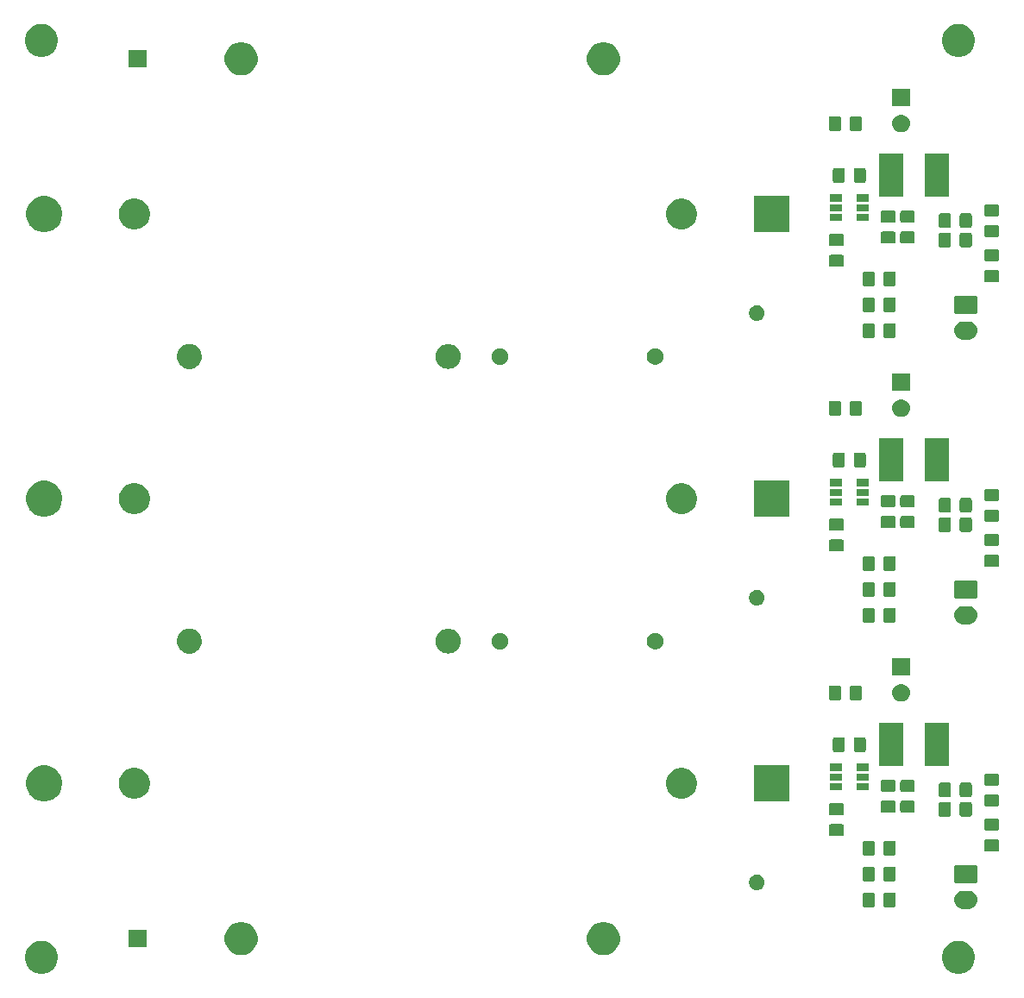
<source format=gbr>
G04 #@! TF.GenerationSoftware,KiCad,Pcbnew,5.1.4*
G04 #@! TF.CreationDate,2019-09-28T02:59:40+02:00*
G04 #@! TF.ProjectId,stratosensor-power,73747261-746f-4736-956e-736f722d706f,rev?*
G04 #@! TF.SameCoordinates,Original*
G04 #@! TF.FileFunction,Soldermask,Top*
G04 #@! TF.FilePolarity,Negative*
%FSLAX46Y46*%
G04 Gerber Fmt 4.6, Leading zero omitted, Abs format (unit mm)*
G04 Created by KiCad (PCBNEW 5.1.4) date 2019-09-28 02:59:40*
%MOMM*%
%LPD*%
G04 APERTURE LIST*
%ADD10C,0.100000*%
G04 APERTURE END LIST*
D10*
G36*
X195472536Y-143442256D02*
G01*
X195472538Y-143442257D01*
X195472539Y-143442257D01*
X195581444Y-143487367D01*
X195767358Y-143564375D01*
X196032689Y-143741664D01*
X196258336Y-143967311D01*
X196435625Y-144232642D01*
X196557744Y-144527464D01*
X196620000Y-144840444D01*
X196620000Y-145159556D01*
X196557744Y-145472536D01*
X196435625Y-145767358D01*
X196258336Y-146032689D01*
X196032689Y-146258336D01*
X195767358Y-146435625D01*
X195581444Y-146512633D01*
X195472539Y-146557743D01*
X195472538Y-146557743D01*
X195472536Y-146557744D01*
X195159556Y-146620000D01*
X194840444Y-146620000D01*
X194527464Y-146557744D01*
X194527462Y-146557743D01*
X194527461Y-146557743D01*
X194418556Y-146512633D01*
X194232642Y-146435625D01*
X193967311Y-146258336D01*
X193741664Y-146032689D01*
X193564375Y-145767358D01*
X193442256Y-145472536D01*
X193380000Y-145159556D01*
X193380000Y-144840444D01*
X193442256Y-144527464D01*
X193564375Y-144232642D01*
X193741664Y-143967311D01*
X193967311Y-143741664D01*
X194232642Y-143564375D01*
X194418556Y-143487367D01*
X194527461Y-143442257D01*
X194527462Y-143442257D01*
X194527464Y-143442256D01*
X194840444Y-143380000D01*
X195159556Y-143380000D01*
X195472536Y-143442256D01*
X195472536Y-143442256D01*
G37*
G36*
X105472536Y-143442256D02*
G01*
X105472538Y-143442257D01*
X105472539Y-143442257D01*
X105581444Y-143487367D01*
X105767358Y-143564375D01*
X106032689Y-143741664D01*
X106258336Y-143967311D01*
X106435625Y-144232642D01*
X106557744Y-144527464D01*
X106620000Y-144840444D01*
X106620000Y-145159556D01*
X106557744Y-145472536D01*
X106435625Y-145767358D01*
X106258336Y-146032689D01*
X106032689Y-146258336D01*
X105767358Y-146435625D01*
X105581444Y-146512633D01*
X105472539Y-146557743D01*
X105472538Y-146557743D01*
X105472536Y-146557744D01*
X105159556Y-146620000D01*
X104840444Y-146620000D01*
X104527464Y-146557744D01*
X104527462Y-146557743D01*
X104527461Y-146557743D01*
X104418556Y-146512633D01*
X104232642Y-146435625D01*
X103967311Y-146258336D01*
X103741664Y-146032689D01*
X103564375Y-145767358D01*
X103442256Y-145472536D01*
X103380000Y-145159556D01*
X103380000Y-144840444D01*
X103442256Y-144527464D01*
X103564375Y-144232642D01*
X103741664Y-143967311D01*
X103967311Y-143741664D01*
X104232642Y-143564375D01*
X104418556Y-143487367D01*
X104527461Y-143442257D01*
X104527462Y-143442257D01*
X104527464Y-143442256D01*
X104840444Y-143380000D01*
X105159556Y-143380000D01*
X105472536Y-143442256D01*
X105472536Y-143442256D01*
G37*
G36*
X160632536Y-141622256D02*
G01*
X160632538Y-141622257D01*
X160632539Y-141622257D01*
X160741444Y-141667367D01*
X160927358Y-141744375D01*
X161192689Y-141921664D01*
X161418336Y-142147311D01*
X161595625Y-142412642D01*
X161717744Y-142707464D01*
X161780000Y-143020444D01*
X161780000Y-143339556D01*
X161717744Y-143652536D01*
X161595625Y-143947358D01*
X161418336Y-144212689D01*
X161192689Y-144438336D01*
X160927358Y-144615625D01*
X160741444Y-144692633D01*
X160632539Y-144737743D01*
X160632538Y-144737743D01*
X160632536Y-144737744D01*
X160319556Y-144800000D01*
X160000444Y-144800000D01*
X159687464Y-144737744D01*
X159687462Y-144737743D01*
X159687461Y-144737743D01*
X159578556Y-144692633D01*
X159392642Y-144615625D01*
X159127311Y-144438336D01*
X158901664Y-144212689D01*
X158724375Y-143947358D01*
X158602256Y-143652536D01*
X158540000Y-143339556D01*
X158540000Y-143020444D01*
X158602256Y-142707464D01*
X158724375Y-142412642D01*
X158901664Y-142147311D01*
X159127311Y-141921664D01*
X159392642Y-141744375D01*
X159578556Y-141667367D01*
X159687461Y-141622257D01*
X159687462Y-141622257D01*
X159687464Y-141622256D01*
X160000444Y-141560000D01*
X160319556Y-141560000D01*
X160632536Y-141622256D01*
X160632536Y-141622256D01*
G37*
G36*
X125072536Y-141622256D02*
G01*
X125072538Y-141622257D01*
X125072539Y-141622257D01*
X125181444Y-141667367D01*
X125367358Y-141744375D01*
X125632689Y-141921664D01*
X125858336Y-142147311D01*
X126035625Y-142412642D01*
X126157744Y-142707464D01*
X126220000Y-143020444D01*
X126220000Y-143339556D01*
X126157744Y-143652536D01*
X126035625Y-143947358D01*
X125858336Y-144212689D01*
X125632689Y-144438336D01*
X125367358Y-144615625D01*
X125181444Y-144692633D01*
X125072539Y-144737743D01*
X125072538Y-144737743D01*
X125072536Y-144737744D01*
X124759556Y-144800000D01*
X124440444Y-144800000D01*
X124127464Y-144737744D01*
X124127462Y-144737743D01*
X124127461Y-144737743D01*
X124018556Y-144692633D01*
X123832642Y-144615625D01*
X123567311Y-144438336D01*
X123341664Y-144212689D01*
X123164375Y-143947358D01*
X123042256Y-143652536D01*
X122980000Y-143339556D01*
X122980000Y-143020444D01*
X123042256Y-142707464D01*
X123164375Y-142412642D01*
X123341664Y-142147311D01*
X123567311Y-141921664D01*
X123832642Y-141744375D01*
X124018556Y-141667367D01*
X124127461Y-141622257D01*
X124127462Y-141622257D01*
X124127464Y-141622256D01*
X124440444Y-141560000D01*
X124759556Y-141560000D01*
X125072536Y-141622256D01*
X125072536Y-141622256D01*
G37*
G36*
X115310000Y-144050000D02*
G01*
X113570000Y-144050000D01*
X113570000Y-142310000D01*
X115310000Y-142310000D01*
X115310000Y-144050000D01*
X115310000Y-144050000D01*
G37*
G36*
X196124469Y-138492877D02*
G01*
X196292237Y-138543769D01*
X196446849Y-138626411D01*
X196582370Y-138737630D01*
X196693589Y-138873151D01*
X196776231Y-139027763D01*
X196827123Y-139195531D01*
X196844307Y-139370000D01*
X196827123Y-139544469D01*
X196776231Y-139712237D01*
X196693589Y-139866849D01*
X196582370Y-140002370D01*
X196446849Y-140113589D01*
X196292237Y-140196231D01*
X196124469Y-140247123D01*
X195993725Y-140260000D01*
X195446275Y-140260000D01*
X195315531Y-140247123D01*
X195147763Y-140196231D01*
X194993151Y-140113589D01*
X194857630Y-140002370D01*
X194746411Y-139866849D01*
X194663769Y-139712237D01*
X194612877Y-139544469D01*
X194595693Y-139370000D01*
X194612877Y-139195531D01*
X194663769Y-139027763D01*
X194746411Y-138873151D01*
X194857630Y-138737630D01*
X194993151Y-138626411D01*
X195147763Y-138543769D01*
X195315531Y-138492877D01*
X195446275Y-138480000D01*
X195993725Y-138480000D01*
X196124469Y-138492877D01*
X196124469Y-138492877D01*
G37*
G36*
X188677175Y-138654360D02*
G01*
X188715008Y-138665836D01*
X188749881Y-138684476D01*
X188780443Y-138709557D01*
X188805524Y-138740119D01*
X188824164Y-138774992D01*
X188835640Y-138812825D01*
X188840000Y-138857091D01*
X188840000Y-139882909D01*
X188835640Y-139927175D01*
X188824164Y-139965008D01*
X188805524Y-139999881D01*
X188780443Y-140030443D01*
X188749881Y-140055524D01*
X188715008Y-140074164D01*
X188677175Y-140085640D01*
X188632909Y-140090000D01*
X187857091Y-140090000D01*
X187812825Y-140085640D01*
X187774992Y-140074164D01*
X187740119Y-140055524D01*
X187709557Y-140030443D01*
X187684476Y-139999881D01*
X187665836Y-139965008D01*
X187654360Y-139927175D01*
X187650000Y-139882909D01*
X187650000Y-138857091D01*
X187654360Y-138812825D01*
X187665836Y-138774992D01*
X187684476Y-138740119D01*
X187709557Y-138709557D01*
X187740119Y-138684476D01*
X187774992Y-138665836D01*
X187812825Y-138654360D01*
X187857091Y-138650000D01*
X188632909Y-138650000D01*
X188677175Y-138654360D01*
X188677175Y-138654360D01*
G37*
G36*
X186627175Y-138654360D02*
G01*
X186665008Y-138665836D01*
X186699881Y-138684476D01*
X186730443Y-138709557D01*
X186755524Y-138740119D01*
X186774164Y-138774992D01*
X186785640Y-138812825D01*
X186790000Y-138857091D01*
X186790000Y-139882909D01*
X186785640Y-139927175D01*
X186774164Y-139965008D01*
X186755524Y-139999881D01*
X186730443Y-140030443D01*
X186699881Y-140055524D01*
X186665008Y-140074164D01*
X186627175Y-140085640D01*
X186582909Y-140090000D01*
X185807091Y-140090000D01*
X185762825Y-140085640D01*
X185724992Y-140074164D01*
X185690119Y-140055524D01*
X185659557Y-140030443D01*
X185634476Y-139999881D01*
X185615836Y-139965008D01*
X185604360Y-139927175D01*
X185600000Y-139882909D01*
X185600000Y-138857091D01*
X185604360Y-138812825D01*
X185615836Y-138774992D01*
X185634476Y-138740119D01*
X185659557Y-138709557D01*
X185690119Y-138684476D01*
X185724992Y-138665836D01*
X185762825Y-138654360D01*
X185807091Y-138650000D01*
X186582909Y-138650000D01*
X186627175Y-138654360D01*
X186627175Y-138654360D01*
G37*
G36*
X175444601Y-136899590D02*
G01*
X175444604Y-136899591D01*
X175444603Y-136899591D01*
X175584731Y-136957634D01*
X175710847Y-137041902D01*
X175818098Y-137149153D01*
X175902366Y-137275269D01*
X175909008Y-137291305D01*
X175960410Y-137415399D01*
X175990000Y-137564162D01*
X175990000Y-137715838D01*
X175960410Y-137864601D01*
X175960409Y-137864603D01*
X175902366Y-138004731D01*
X175818098Y-138130847D01*
X175710847Y-138238098D01*
X175584731Y-138322366D01*
X175476346Y-138367260D01*
X175444601Y-138380410D01*
X175295838Y-138410000D01*
X175144162Y-138410000D01*
X174995399Y-138380410D01*
X174963654Y-138367260D01*
X174855269Y-138322366D01*
X174729153Y-138238098D01*
X174621902Y-138130847D01*
X174537634Y-138004731D01*
X174479591Y-137864603D01*
X174479590Y-137864601D01*
X174450000Y-137715838D01*
X174450000Y-137564162D01*
X174479590Y-137415399D01*
X174530992Y-137291305D01*
X174537634Y-137275269D01*
X174621902Y-137149153D01*
X174729153Y-137041902D01*
X174855269Y-136957634D01*
X174995397Y-136899591D01*
X174995396Y-136899591D01*
X174995399Y-136899590D01*
X175144162Y-136870000D01*
X175295838Y-136870000D01*
X175444601Y-136899590D01*
X175444601Y-136899590D01*
G37*
G36*
X196691415Y-135944020D02*
G01*
X196725933Y-135954491D01*
X196757740Y-135971492D01*
X196785624Y-135994376D01*
X196808508Y-136022260D01*
X196825509Y-136054067D01*
X196835980Y-136088585D01*
X196840000Y-136129400D01*
X196840000Y-137530600D01*
X196835980Y-137571415D01*
X196825509Y-137605933D01*
X196808508Y-137637740D01*
X196785624Y-137665624D01*
X196757740Y-137688508D01*
X196725933Y-137705509D01*
X196691415Y-137715980D01*
X196650600Y-137720000D01*
X194789400Y-137720000D01*
X194748585Y-137715980D01*
X194714067Y-137705509D01*
X194682260Y-137688508D01*
X194654376Y-137665624D01*
X194631492Y-137637740D01*
X194614491Y-137605933D01*
X194604020Y-137571415D01*
X194600000Y-137530600D01*
X194600000Y-136129400D01*
X194604020Y-136088585D01*
X194614491Y-136054067D01*
X194631492Y-136022260D01*
X194654376Y-135994376D01*
X194682260Y-135971492D01*
X194714067Y-135954491D01*
X194748585Y-135944020D01*
X194789400Y-135940000D01*
X196650600Y-135940000D01*
X196691415Y-135944020D01*
X196691415Y-135944020D01*
G37*
G36*
X186627175Y-136114360D02*
G01*
X186665008Y-136125836D01*
X186699881Y-136144476D01*
X186730443Y-136169557D01*
X186755524Y-136200119D01*
X186774164Y-136234992D01*
X186785640Y-136272825D01*
X186790000Y-136317091D01*
X186790000Y-137342909D01*
X186785640Y-137387175D01*
X186774164Y-137425008D01*
X186755524Y-137459881D01*
X186730443Y-137490443D01*
X186699881Y-137515524D01*
X186665008Y-137534164D01*
X186627175Y-137545640D01*
X186582909Y-137550000D01*
X185807091Y-137550000D01*
X185762825Y-137545640D01*
X185724992Y-137534164D01*
X185690119Y-137515524D01*
X185659557Y-137490443D01*
X185634476Y-137459881D01*
X185615836Y-137425008D01*
X185604360Y-137387175D01*
X185600000Y-137342909D01*
X185600000Y-136317091D01*
X185604360Y-136272825D01*
X185615836Y-136234992D01*
X185634476Y-136200119D01*
X185659557Y-136169557D01*
X185690119Y-136144476D01*
X185724992Y-136125836D01*
X185762825Y-136114360D01*
X185807091Y-136110000D01*
X186582909Y-136110000D01*
X186627175Y-136114360D01*
X186627175Y-136114360D01*
G37*
G36*
X188677175Y-136114360D02*
G01*
X188715008Y-136125836D01*
X188749881Y-136144476D01*
X188780443Y-136169557D01*
X188805524Y-136200119D01*
X188824164Y-136234992D01*
X188835640Y-136272825D01*
X188840000Y-136317091D01*
X188840000Y-137342909D01*
X188835640Y-137387175D01*
X188824164Y-137425008D01*
X188805524Y-137459881D01*
X188780443Y-137490443D01*
X188749881Y-137515524D01*
X188715008Y-137534164D01*
X188677175Y-137545640D01*
X188632909Y-137550000D01*
X187857091Y-137550000D01*
X187812825Y-137545640D01*
X187774992Y-137534164D01*
X187740119Y-137515524D01*
X187709557Y-137490443D01*
X187684476Y-137459881D01*
X187665836Y-137425008D01*
X187654360Y-137387175D01*
X187650000Y-137342909D01*
X187650000Y-136317091D01*
X187654360Y-136272825D01*
X187665836Y-136234992D01*
X187684476Y-136200119D01*
X187709557Y-136169557D01*
X187740119Y-136144476D01*
X187774992Y-136125836D01*
X187812825Y-136114360D01*
X187857091Y-136110000D01*
X188632909Y-136110000D01*
X188677175Y-136114360D01*
X188677175Y-136114360D01*
G37*
G36*
X186627175Y-133574360D02*
G01*
X186665008Y-133585836D01*
X186699881Y-133604476D01*
X186730443Y-133629557D01*
X186755524Y-133660119D01*
X186774164Y-133694992D01*
X186785640Y-133732825D01*
X186790000Y-133777091D01*
X186790000Y-134802909D01*
X186785640Y-134847175D01*
X186774164Y-134885008D01*
X186755524Y-134919881D01*
X186730443Y-134950443D01*
X186699881Y-134975524D01*
X186665008Y-134994164D01*
X186627175Y-135005640D01*
X186582909Y-135010000D01*
X185807091Y-135010000D01*
X185762825Y-135005640D01*
X185724992Y-134994164D01*
X185690119Y-134975524D01*
X185659557Y-134950443D01*
X185634476Y-134919881D01*
X185615836Y-134885008D01*
X185604360Y-134847175D01*
X185600000Y-134802909D01*
X185600000Y-133777091D01*
X185604360Y-133732825D01*
X185615836Y-133694992D01*
X185634476Y-133660119D01*
X185659557Y-133629557D01*
X185690119Y-133604476D01*
X185724992Y-133585836D01*
X185762825Y-133574360D01*
X185807091Y-133570000D01*
X186582909Y-133570000D01*
X186627175Y-133574360D01*
X186627175Y-133574360D01*
G37*
G36*
X188677175Y-133574360D02*
G01*
X188715008Y-133585836D01*
X188749881Y-133604476D01*
X188780443Y-133629557D01*
X188805524Y-133660119D01*
X188824164Y-133694992D01*
X188835640Y-133732825D01*
X188840000Y-133777091D01*
X188840000Y-134802909D01*
X188835640Y-134847175D01*
X188824164Y-134885008D01*
X188805524Y-134919881D01*
X188780443Y-134950443D01*
X188749881Y-134975524D01*
X188715008Y-134994164D01*
X188677175Y-135005640D01*
X188632909Y-135010000D01*
X187857091Y-135010000D01*
X187812825Y-135005640D01*
X187774992Y-134994164D01*
X187740119Y-134975524D01*
X187709557Y-134950443D01*
X187684476Y-134919881D01*
X187665836Y-134885008D01*
X187654360Y-134847175D01*
X187650000Y-134802909D01*
X187650000Y-133777091D01*
X187654360Y-133732825D01*
X187665836Y-133694992D01*
X187684476Y-133660119D01*
X187709557Y-133629557D01*
X187740119Y-133604476D01*
X187774992Y-133585836D01*
X187812825Y-133574360D01*
X187857091Y-133570000D01*
X188632909Y-133570000D01*
X188677175Y-133574360D01*
X188677175Y-133574360D01*
G37*
G36*
X198817175Y-133454360D02*
G01*
X198855008Y-133465836D01*
X198889881Y-133484476D01*
X198920443Y-133509557D01*
X198945524Y-133540119D01*
X198964164Y-133574992D01*
X198975640Y-133612825D01*
X198980000Y-133657091D01*
X198980000Y-134432909D01*
X198975640Y-134477175D01*
X198964164Y-134515008D01*
X198945524Y-134549881D01*
X198920443Y-134580443D01*
X198889881Y-134605524D01*
X198855008Y-134624164D01*
X198817175Y-134635640D01*
X198772909Y-134640000D01*
X197747091Y-134640000D01*
X197702825Y-134635640D01*
X197664992Y-134624164D01*
X197630119Y-134605524D01*
X197599557Y-134580443D01*
X197574476Y-134549881D01*
X197555836Y-134515008D01*
X197544360Y-134477175D01*
X197540000Y-134432909D01*
X197540000Y-133657091D01*
X197544360Y-133612825D01*
X197555836Y-133574992D01*
X197574476Y-133540119D01*
X197599557Y-133509557D01*
X197630119Y-133484476D01*
X197664992Y-133465836D01*
X197702825Y-133454360D01*
X197747091Y-133450000D01*
X198772909Y-133450000D01*
X198817175Y-133454360D01*
X198817175Y-133454360D01*
G37*
G36*
X183577175Y-131939360D02*
G01*
X183615008Y-131950836D01*
X183649881Y-131969476D01*
X183680443Y-131994557D01*
X183705524Y-132025119D01*
X183724164Y-132059992D01*
X183735640Y-132097825D01*
X183740000Y-132142091D01*
X183740000Y-132917909D01*
X183735640Y-132962175D01*
X183724164Y-133000008D01*
X183705524Y-133034881D01*
X183680443Y-133065443D01*
X183649881Y-133090524D01*
X183615008Y-133109164D01*
X183577175Y-133120640D01*
X183532909Y-133125000D01*
X182507091Y-133125000D01*
X182462825Y-133120640D01*
X182424992Y-133109164D01*
X182390119Y-133090524D01*
X182359557Y-133065443D01*
X182334476Y-133034881D01*
X182315836Y-133000008D01*
X182304360Y-132962175D01*
X182300000Y-132917909D01*
X182300000Y-132142091D01*
X182304360Y-132097825D01*
X182315836Y-132059992D01*
X182334476Y-132025119D01*
X182359557Y-131994557D01*
X182390119Y-131969476D01*
X182424992Y-131950836D01*
X182462825Y-131939360D01*
X182507091Y-131935000D01*
X183532909Y-131935000D01*
X183577175Y-131939360D01*
X183577175Y-131939360D01*
G37*
G36*
X198817175Y-131404360D02*
G01*
X198855008Y-131415836D01*
X198889881Y-131434476D01*
X198920443Y-131459557D01*
X198945524Y-131490119D01*
X198964164Y-131524992D01*
X198975640Y-131562825D01*
X198980000Y-131607091D01*
X198980000Y-132382909D01*
X198975640Y-132427175D01*
X198964164Y-132465008D01*
X198945524Y-132499881D01*
X198920443Y-132530443D01*
X198889881Y-132555524D01*
X198855008Y-132574164D01*
X198817175Y-132585640D01*
X198772909Y-132590000D01*
X197747091Y-132590000D01*
X197702825Y-132585640D01*
X197664992Y-132574164D01*
X197630119Y-132555524D01*
X197599557Y-132530443D01*
X197574476Y-132499881D01*
X197555836Y-132465008D01*
X197544360Y-132427175D01*
X197540000Y-132382909D01*
X197540000Y-131607091D01*
X197544360Y-131562825D01*
X197555836Y-131524992D01*
X197574476Y-131490119D01*
X197599557Y-131459557D01*
X197630119Y-131434476D01*
X197664992Y-131415836D01*
X197702825Y-131404360D01*
X197747091Y-131400000D01*
X198772909Y-131400000D01*
X198817175Y-131404360D01*
X198817175Y-131404360D01*
G37*
G36*
X194102175Y-129764360D02*
G01*
X194140008Y-129775836D01*
X194174881Y-129794476D01*
X194205443Y-129819557D01*
X194230524Y-129850119D01*
X194249164Y-129884992D01*
X194260640Y-129922825D01*
X194265000Y-129967091D01*
X194265000Y-130992909D01*
X194260640Y-131037175D01*
X194249164Y-131075008D01*
X194230524Y-131109881D01*
X194205443Y-131140443D01*
X194174881Y-131165524D01*
X194140008Y-131184164D01*
X194102175Y-131195640D01*
X194057909Y-131200000D01*
X193282091Y-131200000D01*
X193237825Y-131195640D01*
X193199992Y-131184164D01*
X193165119Y-131165524D01*
X193134557Y-131140443D01*
X193109476Y-131109881D01*
X193090836Y-131075008D01*
X193079360Y-131037175D01*
X193075000Y-130992909D01*
X193075000Y-129967091D01*
X193079360Y-129922825D01*
X193090836Y-129884992D01*
X193109476Y-129850119D01*
X193134557Y-129819557D01*
X193165119Y-129794476D01*
X193199992Y-129775836D01*
X193237825Y-129764360D01*
X193282091Y-129760000D01*
X194057909Y-129760000D01*
X194102175Y-129764360D01*
X194102175Y-129764360D01*
G37*
G36*
X196152175Y-129764360D02*
G01*
X196190008Y-129775836D01*
X196224881Y-129794476D01*
X196255443Y-129819557D01*
X196280524Y-129850119D01*
X196299164Y-129884992D01*
X196310640Y-129922825D01*
X196315000Y-129967091D01*
X196315000Y-130992909D01*
X196310640Y-131037175D01*
X196299164Y-131075008D01*
X196280524Y-131109881D01*
X196255443Y-131140443D01*
X196224881Y-131165524D01*
X196190008Y-131184164D01*
X196152175Y-131195640D01*
X196107909Y-131200000D01*
X195332091Y-131200000D01*
X195287825Y-131195640D01*
X195249992Y-131184164D01*
X195215119Y-131165524D01*
X195184557Y-131140443D01*
X195159476Y-131109881D01*
X195140836Y-131075008D01*
X195129360Y-131037175D01*
X195125000Y-130992909D01*
X195125000Y-129967091D01*
X195129360Y-129922825D01*
X195140836Y-129884992D01*
X195159476Y-129850119D01*
X195184557Y-129819557D01*
X195215119Y-129794476D01*
X195249992Y-129775836D01*
X195287825Y-129764360D01*
X195332091Y-129760000D01*
X196107909Y-129760000D01*
X196152175Y-129764360D01*
X196152175Y-129764360D01*
G37*
G36*
X183577175Y-129889360D02*
G01*
X183615008Y-129900836D01*
X183649881Y-129919476D01*
X183680443Y-129944557D01*
X183705524Y-129975119D01*
X183724164Y-130009992D01*
X183735640Y-130047825D01*
X183740000Y-130092091D01*
X183740000Y-130867909D01*
X183735640Y-130912175D01*
X183724164Y-130950008D01*
X183705524Y-130984881D01*
X183680443Y-131015443D01*
X183649881Y-131040524D01*
X183615008Y-131059164D01*
X183577175Y-131070640D01*
X183532909Y-131075000D01*
X182507091Y-131075000D01*
X182462825Y-131070640D01*
X182424992Y-131059164D01*
X182390119Y-131040524D01*
X182359557Y-131015443D01*
X182334476Y-130984881D01*
X182315836Y-130950008D01*
X182304360Y-130912175D01*
X182300000Y-130867909D01*
X182300000Y-130092091D01*
X182304360Y-130047825D01*
X182315836Y-130009992D01*
X182334476Y-129975119D01*
X182359557Y-129944557D01*
X182390119Y-129919476D01*
X182424992Y-129900836D01*
X182462825Y-129889360D01*
X182507091Y-129885000D01*
X183532909Y-129885000D01*
X183577175Y-129889360D01*
X183577175Y-129889360D01*
G37*
G36*
X188657175Y-129644360D02*
G01*
X188695008Y-129655836D01*
X188729881Y-129674476D01*
X188760443Y-129699557D01*
X188785524Y-129730119D01*
X188804164Y-129764992D01*
X188815640Y-129802825D01*
X188820000Y-129847091D01*
X188820000Y-130622909D01*
X188815640Y-130667175D01*
X188804164Y-130705008D01*
X188785524Y-130739881D01*
X188760443Y-130770443D01*
X188729881Y-130795524D01*
X188695008Y-130814164D01*
X188657175Y-130825640D01*
X188612909Y-130830000D01*
X187587091Y-130830000D01*
X187542825Y-130825640D01*
X187504992Y-130814164D01*
X187470119Y-130795524D01*
X187439557Y-130770443D01*
X187414476Y-130739881D01*
X187395836Y-130705008D01*
X187384360Y-130667175D01*
X187380000Y-130622909D01*
X187380000Y-129847091D01*
X187384360Y-129802825D01*
X187395836Y-129764992D01*
X187414476Y-129730119D01*
X187439557Y-129699557D01*
X187470119Y-129674476D01*
X187504992Y-129655836D01*
X187542825Y-129644360D01*
X187587091Y-129640000D01*
X188612909Y-129640000D01*
X188657175Y-129644360D01*
X188657175Y-129644360D01*
G37*
G36*
X190562175Y-129644360D02*
G01*
X190600008Y-129655836D01*
X190634881Y-129674476D01*
X190665443Y-129699557D01*
X190690524Y-129730119D01*
X190709164Y-129764992D01*
X190720640Y-129802825D01*
X190725000Y-129847091D01*
X190725000Y-130622909D01*
X190720640Y-130667175D01*
X190709164Y-130705008D01*
X190690524Y-130739881D01*
X190665443Y-130770443D01*
X190634881Y-130795524D01*
X190600008Y-130814164D01*
X190562175Y-130825640D01*
X190517909Y-130830000D01*
X189492091Y-130830000D01*
X189447825Y-130825640D01*
X189409992Y-130814164D01*
X189375119Y-130795524D01*
X189344557Y-130770443D01*
X189319476Y-130739881D01*
X189300836Y-130705008D01*
X189289360Y-130667175D01*
X189285000Y-130622909D01*
X189285000Y-129847091D01*
X189289360Y-129802825D01*
X189300836Y-129764992D01*
X189319476Y-129730119D01*
X189344557Y-129699557D01*
X189375119Y-129674476D01*
X189409992Y-129655836D01*
X189447825Y-129644360D01*
X189492091Y-129640000D01*
X190517909Y-129640000D01*
X190562175Y-129644360D01*
X190562175Y-129644360D01*
G37*
G36*
X198817175Y-129009360D02*
G01*
X198855008Y-129020836D01*
X198889881Y-129039476D01*
X198920443Y-129064557D01*
X198945524Y-129095119D01*
X198964164Y-129129992D01*
X198975640Y-129167825D01*
X198980000Y-129212091D01*
X198980000Y-129987909D01*
X198975640Y-130032175D01*
X198964164Y-130070008D01*
X198945524Y-130104881D01*
X198920443Y-130135443D01*
X198889881Y-130160524D01*
X198855008Y-130179164D01*
X198817175Y-130190640D01*
X198772909Y-130195000D01*
X197747091Y-130195000D01*
X197702825Y-130190640D01*
X197664992Y-130179164D01*
X197630119Y-130160524D01*
X197599557Y-130135443D01*
X197574476Y-130104881D01*
X197555836Y-130070008D01*
X197544360Y-130032175D01*
X197540000Y-129987909D01*
X197540000Y-129212091D01*
X197544360Y-129167825D01*
X197555836Y-129129992D01*
X197574476Y-129095119D01*
X197599557Y-129064557D01*
X197630119Y-129039476D01*
X197664992Y-129020836D01*
X197702825Y-129009360D01*
X197747091Y-129005000D01*
X198772909Y-129005000D01*
X198817175Y-129009360D01*
X198817175Y-129009360D01*
G37*
G36*
X178440000Y-129710000D02*
G01*
X174900000Y-129710000D01*
X174900000Y-126170000D01*
X178440000Y-126170000D01*
X178440000Y-129710000D01*
X178440000Y-129710000D01*
G37*
G36*
X105786290Y-126238020D02*
G01*
X105786292Y-126238021D01*
X105786293Y-126238021D01*
X106108409Y-126371446D01*
X106398310Y-126565152D01*
X106644848Y-126811690D01*
X106838554Y-127101591D01*
X106971979Y-127423707D01*
X106971980Y-127423710D01*
X107040000Y-127765670D01*
X107040000Y-128114330D01*
X106986485Y-128383370D01*
X106971979Y-128456293D01*
X106838554Y-128778409D01*
X106751334Y-128908942D01*
X106687151Y-129005000D01*
X106644848Y-129068310D01*
X106398310Y-129314848D01*
X106108409Y-129508554D01*
X105786293Y-129641979D01*
X105786292Y-129641979D01*
X105786290Y-129641980D01*
X105444330Y-129710000D01*
X105095670Y-129710000D01*
X104753710Y-129641980D01*
X104753708Y-129641979D01*
X104753707Y-129641979D01*
X104431591Y-129508554D01*
X104141690Y-129314848D01*
X103895152Y-129068310D01*
X103852850Y-129005000D01*
X103788666Y-128908942D01*
X103701446Y-128778409D01*
X103568021Y-128456293D01*
X103553516Y-128383370D01*
X103500000Y-128114330D01*
X103500000Y-127765670D01*
X103568020Y-127423710D01*
X103568021Y-127423707D01*
X103701446Y-127101591D01*
X103895152Y-126811690D01*
X104141690Y-126565152D01*
X104431591Y-126371446D01*
X104753707Y-126238021D01*
X104753708Y-126238021D01*
X104753710Y-126238020D01*
X105095670Y-126170000D01*
X105444330Y-126170000D01*
X105786290Y-126238020D01*
X105786290Y-126238020D01*
G37*
G36*
X114563368Y-126478412D02*
G01*
X114839990Y-126592993D01*
X115088944Y-126759339D01*
X115300661Y-126971056D01*
X115467007Y-127220010D01*
X115581588Y-127496632D01*
X115640000Y-127790293D01*
X115640000Y-128089707D01*
X115581588Y-128383368D01*
X115467007Y-128659990D01*
X115300661Y-128908944D01*
X115088944Y-129120661D01*
X114839990Y-129287007D01*
X114563368Y-129401588D01*
X114269707Y-129460000D01*
X113970293Y-129460000D01*
X113676632Y-129401588D01*
X113400010Y-129287007D01*
X113151056Y-129120661D01*
X112939339Y-128908944D01*
X112772993Y-128659990D01*
X112658412Y-128383368D01*
X112600000Y-128089707D01*
X112600000Y-127790293D01*
X112658412Y-127496632D01*
X112772993Y-127220010D01*
X112939339Y-126971056D01*
X113151056Y-126759339D01*
X113400010Y-126592993D01*
X113676632Y-126478412D01*
X113970293Y-126420000D01*
X114269707Y-126420000D01*
X114563368Y-126478412D01*
X114563368Y-126478412D01*
G37*
G36*
X168263368Y-126478412D02*
G01*
X168539990Y-126592993D01*
X168788944Y-126759339D01*
X169000661Y-126971056D01*
X169167007Y-127220010D01*
X169281588Y-127496632D01*
X169340000Y-127790293D01*
X169340000Y-128089707D01*
X169281588Y-128383368D01*
X169167007Y-128659990D01*
X169000661Y-128908944D01*
X168788944Y-129120661D01*
X168539990Y-129287007D01*
X168263368Y-129401588D01*
X167969707Y-129460000D01*
X167670293Y-129460000D01*
X167376632Y-129401588D01*
X167100010Y-129287007D01*
X166851056Y-129120661D01*
X166639339Y-128908944D01*
X166472993Y-128659990D01*
X166358412Y-128383368D01*
X166300000Y-128089707D01*
X166300000Y-127790293D01*
X166358412Y-127496632D01*
X166472993Y-127220010D01*
X166639339Y-126971056D01*
X166851056Y-126759339D01*
X167100010Y-126592993D01*
X167376632Y-126478412D01*
X167670293Y-126420000D01*
X167969707Y-126420000D01*
X168263368Y-126478412D01*
X168263368Y-126478412D01*
G37*
G36*
X194102175Y-127859360D02*
G01*
X194140008Y-127870836D01*
X194174881Y-127889476D01*
X194205443Y-127914557D01*
X194230524Y-127945119D01*
X194249164Y-127979992D01*
X194260640Y-128017825D01*
X194265000Y-128062091D01*
X194265000Y-129087909D01*
X194260640Y-129132175D01*
X194249164Y-129170008D01*
X194230524Y-129204881D01*
X194205443Y-129235443D01*
X194174881Y-129260524D01*
X194140008Y-129279164D01*
X194102175Y-129290640D01*
X194057909Y-129295000D01*
X193282091Y-129295000D01*
X193237825Y-129290640D01*
X193199992Y-129279164D01*
X193165119Y-129260524D01*
X193134557Y-129235443D01*
X193109476Y-129204881D01*
X193090836Y-129170008D01*
X193079360Y-129132175D01*
X193075000Y-129087909D01*
X193075000Y-128062091D01*
X193079360Y-128017825D01*
X193090836Y-127979992D01*
X193109476Y-127945119D01*
X193134557Y-127914557D01*
X193165119Y-127889476D01*
X193199992Y-127870836D01*
X193237825Y-127859360D01*
X193282091Y-127855000D01*
X194057909Y-127855000D01*
X194102175Y-127859360D01*
X194102175Y-127859360D01*
G37*
G36*
X196152175Y-127859360D02*
G01*
X196190008Y-127870836D01*
X196224881Y-127889476D01*
X196255443Y-127914557D01*
X196280524Y-127945119D01*
X196299164Y-127979992D01*
X196310640Y-128017825D01*
X196315000Y-128062091D01*
X196315000Y-129087909D01*
X196310640Y-129132175D01*
X196299164Y-129170008D01*
X196280524Y-129204881D01*
X196255443Y-129235443D01*
X196224881Y-129260524D01*
X196190008Y-129279164D01*
X196152175Y-129290640D01*
X196107909Y-129295000D01*
X195332091Y-129295000D01*
X195287825Y-129290640D01*
X195249992Y-129279164D01*
X195215119Y-129260524D01*
X195184557Y-129235443D01*
X195159476Y-129204881D01*
X195140836Y-129170008D01*
X195129360Y-129132175D01*
X195125000Y-129087909D01*
X195125000Y-128062091D01*
X195129360Y-128017825D01*
X195140836Y-127979992D01*
X195159476Y-127945119D01*
X195184557Y-127914557D01*
X195215119Y-127889476D01*
X195249992Y-127870836D01*
X195287825Y-127859360D01*
X195332091Y-127855000D01*
X196107909Y-127855000D01*
X196152175Y-127859360D01*
X196152175Y-127859360D01*
G37*
G36*
X188657175Y-127594360D02*
G01*
X188695008Y-127605836D01*
X188729881Y-127624476D01*
X188760443Y-127649557D01*
X188785524Y-127680119D01*
X188804164Y-127714992D01*
X188815640Y-127752825D01*
X188820000Y-127797091D01*
X188820000Y-128572909D01*
X188815640Y-128617175D01*
X188804164Y-128655008D01*
X188785524Y-128689881D01*
X188760443Y-128720443D01*
X188729881Y-128745524D01*
X188695008Y-128764164D01*
X188657175Y-128775640D01*
X188612909Y-128780000D01*
X187587091Y-128780000D01*
X187542825Y-128775640D01*
X187504992Y-128764164D01*
X187470119Y-128745524D01*
X187439557Y-128720443D01*
X187414476Y-128689881D01*
X187395836Y-128655008D01*
X187384360Y-128617175D01*
X187380000Y-128572909D01*
X187380000Y-127797091D01*
X187384360Y-127752825D01*
X187395836Y-127714992D01*
X187414476Y-127680119D01*
X187439557Y-127649557D01*
X187470119Y-127624476D01*
X187504992Y-127605836D01*
X187542825Y-127594360D01*
X187587091Y-127590000D01*
X188612909Y-127590000D01*
X188657175Y-127594360D01*
X188657175Y-127594360D01*
G37*
G36*
X190562175Y-127594360D02*
G01*
X190600008Y-127605836D01*
X190634881Y-127624476D01*
X190665443Y-127649557D01*
X190690524Y-127680119D01*
X190709164Y-127714992D01*
X190720640Y-127752825D01*
X190725000Y-127797091D01*
X190725000Y-128572909D01*
X190720640Y-128617175D01*
X190709164Y-128655008D01*
X190690524Y-128689881D01*
X190665443Y-128720443D01*
X190634881Y-128745524D01*
X190600008Y-128764164D01*
X190562175Y-128775640D01*
X190517909Y-128780000D01*
X189492091Y-128780000D01*
X189447825Y-128775640D01*
X189409992Y-128764164D01*
X189375119Y-128745524D01*
X189344557Y-128720443D01*
X189319476Y-128689881D01*
X189300836Y-128655008D01*
X189289360Y-128617175D01*
X189285000Y-128572909D01*
X189285000Y-127797091D01*
X189289360Y-127752825D01*
X189300836Y-127714992D01*
X189319476Y-127680119D01*
X189344557Y-127649557D01*
X189375119Y-127624476D01*
X189409992Y-127605836D01*
X189447825Y-127594360D01*
X189492091Y-127590000D01*
X190517909Y-127590000D01*
X190562175Y-127594360D01*
X190562175Y-127594360D01*
G37*
G36*
X183610000Y-128600000D02*
G01*
X182350000Y-128600000D01*
X182350000Y-127910000D01*
X183610000Y-127910000D01*
X183610000Y-128600000D01*
X183610000Y-128600000D01*
G37*
G36*
X186230000Y-128600000D02*
G01*
X184970000Y-128600000D01*
X184970000Y-127910000D01*
X186230000Y-127910000D01*
X186230000Y-128600000D01*
X186230000Y-128600000D01*
G37*
G36*
X198817175Y-126959360D02*
G01*
X198855008Y-126970836D01*
X198889881Y-126989476D01*
X198920443Y-127014557D01*
X198945524Y-127045119D01*
X198964164Y-127079992D01*
X198975640Y-127117825D01*
X198980000Y-127162091D01*
X198980000Y-127937909D01*
X198975640Y-127982175D01*
X198964164Y-128020008D01*
X198945524Y-128054881D01*
X198920443Y-128085443D01*
X198889881Y-128110524D01*
X198855008Y-128129164D01*
X198817175Y-128140640D01*
X198772909Y-128145000D01*
X197747091Y-128145000D01*
X197702825Y-128140640D01*
X197664992Y-128129164D01*
X197630119Y-128110524D01*
X197599557Y-128085443D01*
X197574476Y-128054881D01*
X197555836Y-128020008D01*
X197544360Y-127982175D01*
X197540000Y-127937909D01*
X197540000Y-127162091D01*
X197544360Y-127117825D01*
X197555836Y-127079992D01*
X197574476Y-127045119D01*
X197599557Y-127014557D01*
X197630119Y-126989476D01*
X197664992Y-126970836D01*
X197702825Y-126959360D01*
X197747091Y-126955000D01*
X198772909Y-126955000D01*
X198817175Y-126959360D01*
X198817175Y-126959360D01*
G37*
G36*
X183610000Y-127650000D02*
G01*
X182350000Y-127650000D01*
X182350000Y-126960000D01*
X183610000Y-126960000D01*
X183610000Y-127650000D01*
X183610000Y-127650000D01*
G37*
G36*
X186230000Y-127650000D02*
G01*
X184970000Y-127650000D01*
X184970000Y-126960000D01*
X186230000Y-126960000D01*
X186230000Y-127650000D01*
X186230000Y-127650000D01*
G37*
G36*
X186230000Y-126700000D02*
G01*
X184970000Y-126700000D01*
X184970000Y-126010000D01*
X186230000Y-126010000D01*
X186230000Y-126700000D01*
X186230000Y-126700000D01*
G37*
G36*
X183610000Y-126700000D02*
G01*
X182350000Y-126700000D01*
X182350000Y-126010000D01*
X183610000Y-126010000D01*
X183610000Y-126700000D01*
X183610000Y-126700000D01*
G37*
G36*
X189610000Y-126250000D02*
G01*
X187170000Y-126250000D01*
X187170000Y-122010000D01*
X189610000Y-122010000D01*
X189610000Y-126250000D01*
X189610000Y-126250000D01*
G37*
G36*
X194110000Y-126250000D02*
G01*
X191670000Y-126250000D01*
X191670000Y-122010000D01*
X194110000Y-122010000D01*
X194110000Y-126250000D01*
X194110000Y-126250000D01*
G37*
G36*
X185747175Y-123414360D02*
G01*
X185785008Y-123425836D01*
X185819881Y-123444476D01*
X185850443Y-123469557D01*
X185875524Y-123500119D01*
X185894164Y-123534992D01*
X185905640Y-123572825D01*
X185910000Y-123617091D01*
X185910000Y-124642909D01*
X185905640Y-124687175D01*
X185894164Y-124725008D01*
X185875524Y-124759881D01*
X185850443Y-124790443D01*
X185819881Y-124815524D01*
X185785008Y-124834164D01*
X185747175Y-124845640D01*
X185702909Y-124850000D01*
X184927091Y-124850000D01*
X184882825Y-124845640D01*
X184844992Y-124834164D01*
X184810119Y-124815524D01*
X184779557Y-124790443D01*
X184754476Y-124759881D01*
X184735836Y-124725008D01*
X184724360Y-124687175D01*
X184720000Y-124642909D01*
X184720000Y-123617091D01*
X184724360Y-123572825D01*
X184735836Y-123534992D01*
X184754476Y-123500119D01*
X184779557Y-123469557D01*
X184810119Y-123444476D01*
X184844992Y-123425836D01*
X184882825Y-123414360D01*
X184927091Y-123410000D01*
X185702909Y-123410000D01*
X185747175Y-123414360D01*
X185747175Y-123414360D01*
G37*
G36*
X183697175Y-123414360D02*
G01*
X183735008Y-123425836D01*
X183769881Y-123444476D01*
X183800443Y-123469557D01*
X183825524Y-123500119D01*
X183844164Y-123534992D01*
X183855640Y-123572825D01*
X183860000Y-123617091D01*
X183860000Y-124642909D01*
X183855640Y-124687175D01*
X183844164Y-124725008D01*
X183825524Y-124759881D01*
X183800443Y-124790443D01*
X183769881Y-124815524D01*
X183735008Y-124834164D01*
X183697175Y-124845640D01*
X183652909Y-124850000D01*
X182877091Y-124850000D01*
X182832825Y-124845640D01*
X182794992Y-124834164D01*
X182760119Y-124815524D01*
X182729557Y-124790443D01*
X182704476Y-124759881D01*
X182685836Y-124725008D01*
X182674360Y-124687175D01*
X182670000Y-124642909D01*
X182670000Y-123617091D01*
X182674360Y-123572825D01*
X182685836Y-123534992D01*
X182704476Y-123500119D01*
X182729557Y-123469557D01*
X182760119Y-123444476D01*
X182794992Y-123425836D01*
X182832825Y-123414360D01*
X182877091Y-123410000D01*
X183652909Y-123410000D01*
X183697175Y-123414360D01*
X183697175Y-123414360D01*
G37*
G36*
X189540548Y-118192587D02*
G01*
X189704546Y-118242336D01*
X189855683Y-118323120D01*
X189988159Y-118431841D01*
X190096880Y-118564317D01*
X190177664Y-118715454D01*
X190227413Y-118879452D01*
X190244210Y-119050000D01*
X190227413Y-119220548D01*
X190177664Y-119384546D01*
X190096880Y-119535683D01*
X189988159Y-119668159D01*
X189855683Y-119776880D01*
X189704546Y-119857664D01*
X189540548Y-119907413D01*
X189412743Y-119920000D01*
X189327257Y-119920000D01*
X189199452Y-119907413D01*
X189035454Y-119857664D01*
X188884317Y-119776880D01*
X188751841Y-119668159D01*
X188643120Y-119535683D01*
X188562336Y-119384546D01*
X188512587Y-119220548D01*
X188495790Y-119050000D01*
X188512587Y-118879452D01*
X188562336Y-118715454D01*
X188643120Y-118564317D01*
X188751841Y-118431841D01*
X188884317Y-118323120D01*
X189035454Y-118242336D01*
X189199452Y-118192587D01*
X189327257Y-118180000D01*
X189412743Y-118180000D01*
X189540548Y-118192587D01*
X189540548Y-118192587D01*
G37*
G36*
X185357175Y-118334360D02*
G01*
X185395008Y-118345836D01*
X185429881Y-118364476D01*
X185460443Y-118389557D01*
X185485524Y-118420119D01*
X185504164Y-118454992D01*
X185515640Y-118492825D01*
X185520000Y-118537091D01*
X185520000Y-119562909D01*
X185515640Y-119607175D01*
X185504164Y-119645008D01*
X185485524Y-119679881D01*
X185460443Y-119710443D01*
X185429881Y-119735524D01*
X185395008Y-119754164D01*
X185357175Y-119765640D01*
X185312909Y-119770000D01*
X184537091Y-119770000D01*
X184492825Y-119765640D01*
X184454992Y-119754164D01*
X184420119Y-119735524D01*
X184389557Y-119710443D01*
X184364476Y-119679881D01*
X184345836Y-119645008D01*
X184334360Y-119607175D01*
X184330000Y-119562909D01*
X184330000Y-118537091D01*
X184334360Y-118492825D01*
X184345836Y-118454992D01*
X184364476Y-118420119D01*
X184389557Y-118389557D01*
X184420119Y-118364476D01*
X184454992Y-118345836D01*
X184492825Y-118334360D01*
X184537091Y-118330000D01*
X185312909Y-118330000D01*
X185357175Y-118334360D01*
X185357175Y-118334360D01*
G37*
G36*
X183307175Y-118334360D02*
G01*
X183345008Y-118345836D01*
X183379881Y-118364476D01*
X183410443Y-118389557D01*
X183435524Y-118420119D01*
X183454164Y-118454992D01*
X183465640Y-118492825D01*
X183470000Y-118537091D01*
X183470000Y-119562909D01*
X183465640Y-119607175D01*
X183454164Y-119645008D01*
X183435524Y-119679881D01*
X183410443Y-119710443D01*
X183379881Y-119735524D01*
X183345008Y-119754164D01*
X183307175Y-119765640D01*
X183262909Y-119770000D01*
X182487091Y-119770000D01*
X182442825Y-119765640D01*
X182404992Y-119754164D01*
X182370119Y-119735524D01*
X182339557Y-119710443D01*
X182314476Y-119679881D01*
X182295836Y-119645008D01*
X182284360Y-119607175D01*
X182280000Y-119562909D01*
X182280000Y-118537091D01*
X182284360Y-118492825D01*
X182295836Y-118454992D01*
X182314476Y-118420119D01*
X182339557Y-118389557D01*
X182370119Y-118364476D01*
X182404992Y-118345836D01*
X182442825Y-118334360D01*
X182487091Y-118330000D01*
X183262909Y-118330000D01*
X183307175Y-118334360D01*
X183307175Y-118334360D01*
G37*
G36*
X190240000Y-117380000D02*
G01*
X188500000Y-117380000D01*
X188500000Y-115640000D01*
X190240000Y-115640000D01*
X190240000Y-117380000D01*
X190240000Y-117380000D01*
G37*
G36*
X119875861Y-112796884D02*
G01*
X119875863Y-112796885D01*
X119875864Y-112796885D01*
X119957878Y-112830857D01*
X120097887Y-112888850D01*
X120297705Y-113022364D01*
X120467636Y-113192295D01*
X120601150Y-113392113D01*
X120646197Y-113500866D01*
X120679631Y-113581582D01*
X120693116Y-113614139D01*
X120740000Y-113849840D01*
X120740000Y-114090160D01*
X120716324Y-114209185D01*
X120693115Y-114325864D01*
X120659143Y-114407878D01*
X120601150Y-114547887D01*
X120467636Y-114747705D01*
X120297705Y-114917636D01*
X120097887Y-115051150D01*
X119973709Y-115102586D01*
X119875864Y-115143115D01*
X119875863Y-115143115D01*
X119875861Y-115143116D01*
X119640160Y-115190000D01*
X119399840Y-115190000D01*
X119164139Y-115143116D01*
X119164137Y-115143115D01*
X119164136Y-115143115D01*
X119066291Y-115102586D01*
X118942113Y-115051150D01*
X118742295Y-114917636D01*
X118572364Y-114747705D01*
X118438850Y-114547887D01*
X118380857Y-114407878D01*
X118346885Y-114325864D01*
X118323676Y-114209185D01*
X118300000Y-114090160D01*
X118300000Y-113849840D01*
X118346884Y-113614139D01*
X118360370Y-113581582D01*
X118393803Y-113500866D01*
X118438850Y-113392113D01*
X118572364Y-113192295D01*
X118742295Y-113022364D01*
X118942113Y-112888850D01*
X119082122Y-112830857D01*
X119164136Y-112796885D01*
X119164137Y-112796885D01*
X119164139Y-112796884D01*
X119399840Y-112750000D01*
X119640160Y-112750000D01*
X119875861Y-112796884D01*
X119875861Y-112796884D01*
G37*
G36*
X145159162Y-112767652D02*
G01*
X145389133Y-112837413D01*
X145485364Y-112888850D01*
X145601074Y-112950698D01*
X145786844Y-113103156D01*
X145939302Y-113288926D01*
X145962894Y-113333064D01*
X146052587Y-113500867D01*
X146122348Y-113730838D01*
X146145903Y-113970000D01*
X146122348Y-114209162D01*
X146052587Y-114439133D01*
X146052586Y-114439134D01*
X145939302Y-114651074D01*
X145786844Y-114836844D01*
X145601074Y-114989302D01*
X145495104Y-115045944D01*
X145389133Y-115102587D01*
X145159162Y-115172348D01*
X144979935Y-115190000D01*
X144860065Y-115190000D01*
X144680838Y-115172348D01*
X144450867Y-115102587D01*
X144344896Y-115045944D01*
X144238926Y-114989302D01*
X144053156Y-114836844D01*
X143900698Y-114651074D01*
X143787414Y-114439134D01*
X143787413Y-114439133D01*
X143717652Y-114209162D01*
X143694097Y-113970000D01*
X143717652Y-113730838D01*
X143787413Y-113500867D01*
X143877106Y-113333064D01*
X143900698Y-113288926D01*
X144053156Y-113103156D01*
X144238926Y-112950698D01*
X144354636Y-112888850D01*
X144450867Y-112837413D01*
X144680838Y-112767652D01*
X144860065Y-112750000D01*
X144979935Y-112750000D01*
X145159162Y-112767652D01*
X145159162Y-112767652D01*
G37*
G36*
X150140413Y-113161865D02*
G01*
X150239185Y-113181512D01*
X150388416Y-113243325D01*
X150522720Y-113333064D01*
X150636936Y-113447280D01*
X150726675Y-113581584D01*
X150788488Y-113730815D01*
X150788493Y-113730840D01*
X150820000Y-113889235D01*
X150820000Y-114050765D01*
X150804244Y-114129974D01*
X150788488Y-114209185D01*
X150726675Y-114358416D01*
X150636936Y-114492720D01*
X150522720Y-114606936D01*
X150388416Y-114696675D01*
X150239185Y-114758488D01*
X150159974Y-114774244D01*
X150080765Y-114790000D01*
X149919235Y-114790000D01*
X149840026Y-114774244D01*
X149760815Y-114758488D01*
X149611584Y-114696675D01*
X149477280Y-114606936D01*
X149363064Y-114492720D01*
X149273325Y-114358416D01*
X149211512Y-114209185D01*
X149195756Y-114129974D01*
X149180000Y-114050765D01*
X149180000Y-113889235D01*
X149211507Y-113730840D01*
X149211512Y-113730815D01*
X149273325Y-113581584D01*
X149363064Y-113447280D01*
X149477280Y-113333064D01*
X149611584Y-113243325D01*
X149760815Y-113181512D01*
X149859587Y-113161865D01*
X149919235Y-113150000D01*
X150080765Y-113150000D01*
X150140413Y-113161865D01*
X150140413Y-113161865D01*
G37*
G36*
X165370631Y-113158899D02*
G01*
X165400748Y-113161865D01*
X165501061Y-113192295D01*
X165555320Y-113208754D01*
X165619997Y-113243325D01*
X165697772Y-113284896D01*
X165822633Y-113387367D01*
X165925104Y-113512228D01*
X165962174Y-113581582D01*
X166001246Y-113654680D01*
X166001246Y-113654681D01*
X166048135Y-113809252D01*
X166048135Y-113809254D01*
X166063968Y-113970000D01*
X166050741Y-114104293D01*
X166048135Y-114130748D01*
X166024349Y-114209160D01*
X166001246Y-114285320D01*
X165963175Y-114356545D01*
X165925104Y-114427772D01*
X165822633Y-114552633D01*
X165697772Y-114655104D01*
X165626545Y-114693175D01*
X165555320Y-114731246D01*
X165503795Y-114746876D01*
X165400748Y-114778135D01*
X165370631Y-114781101D01*
X165280284Y-114790000D01*
X165199716Y-114790000D01*
X165109369Y-114781101D01*
X165079252Y-114778135D01*
X164976205Y-114746876D01*
X164924680Y-114731246D01*
X164782228Y-114655104D01*
X164657367Y-114552633D01*
X164554896Y-114427772D01*
X164478754Y-114285320D01*
X164455651Y-114209160D01*
X164431865Y-114130748D01*
X164429259Y-114104293D01*
X164416032Y-113970000D01*
X164431865Y-113809254D01*
X164431865Y-113809252D01*
X164478754Y-113654681D01*
X164478754Y-113654680D01*
X164517826Y-113581582D01*
X164554896Y-113512228D01*
X164657367Y-113387367D01*
X164782228Y-113284896D01*
X164860003Y-113243325D01*
X164924680Y-113208754D01*
X164978939Y-113192295D01*
X165079252Y-113161865D01*
X165109369Y-113158899D01*
X165199716Y-113150000D01*
X165280284Y-113150000D01*
X165370631Y-113158899D01*
X165370631Y-113158899D01*
G37*
G36*
X196124469Y-110552877D02*
G01*
X196292237Y-110603769D01*
X196446849Y-110686411D01*
X196582370Y-110797630D01*
X196693589Y-110933151D01*
X196776231Y-111087763D01*
X196827123Y-111255531D01*
X196844307Y-111430000D01*
X196827123Y-111604469D01*
X196776231Y-111772237D01*
X196693589Y-111926849D01*
X196582370Y-112062370D01*
X196446849Y-112173589D01*
X196292237Y-112256231D01*
X196124469Y-112307123D01*
X195993725Y-112320000D01*
X195446275Y-112320000D01*
X195315531Y-112307123D01*
X195147763Y-112256231D01*
X194993151Y-112173589D01*
X194857630Y-112062370D01*
X194746411Y-111926849D01*
X194663769Y-111772237D01*
X194612877Y-111604469D01*
X194595693Y-111430000D01*
X194612877Y-111255531D01*
X194663769Y-111087763D01*
X194746411Y-110933151D01*
X194857630Y-110797630D01*
X194993151Y-110686411D01*
X195147763Y-110603769D01*
X195315531Y-110552877D01*
X195446275Y-110540000D01*
X195993725Y-110540000D01*
X196124469Y-110552877D01*
X196124469Y-110552877D01*
G37*
G36*
X188677175Y-110714360D02*
G01*
X188715008Y-110725836D01*
X188749881Y-110744476D01*
X188780443Y-110769557D01*
X188805524Y-110800119D01*
X188824164Y-110834992D01*
X188835640Y-110872825D01*
X188840000Y-110917091D01*
X188840000Y-111942909D01*
X188835640Y-111987175D01*
X188824164Y-112025008D01*
X188805524Y-112059881D01*
X188780443Y-112090443D01*
X188749881Y-112115524D01*
X188715008Y-112134164D01*
X188677175Y-112145640D01*
X188632909Y-112150000D01*
X187857091Y-112150000D01*
X187812825Y-112145640D01*
X187774992Y-112134164D01*
X187740119Y-112115524D01*
X187709557Y-112090443D01*
X187684476Y-112059881D01*
X187665836Y-112025008D01*
X187654360Y-111987175D01*
X187650000Y-111942909D01*
X187650000Y-110917091D01*
X187654360Y-110872825D01*
X187665836Y-110834992D01*
X187684476Y-110800119D01*
X187709557Y-110769557D01*
X187740119Y-110744476D01*
X187774992Y-110725836D01*
X187812825Y-110714360D01*
X187857091Y-110710000D01*
X188632909Y-110710000D01*
X188677175Y-110714360D01*
X188677175Y-110714360D01*
G37*
G36*
X186627175Y-110714360D02*
G01*
X186665008Y-110725836D01*
X186699881Y-110744476D01*
X186730443Y-110769557D01*
X186755524Y-110800119D01*
X186774164Y-110834992D01*
X186785640Y-110872825D01*
X186790000Y-110917091D01*
X186790000Y-111942909D01*
X186785640Y-111987175D01*
X186774164Y-112025008D01*
X186755524Y-112059881D01*
X186730443Y-112090443D01*
X186699881Y-112115524D01*
X186665008Y-112134164D01*
X186627175Y-112145640D01*
X186582909Y-112150000D01*
X185807091Y-112150000D01*
X185762825Y-112145640D01*
X185724992Y-112134164D01*
X185690119Y-112115524D01*
X185659557Y-112090443D01*
X185634476Y-112059881D01*
X185615836Y-112025008D01*
X185604360Y-111987175D01*
X185600000Y-111942909D01*
X185600000Y-110917091D01*
X185604360Y-110872825D01*
X185615836Y-110834992D01*
X185634476Y-110800119D01*
X185659557Y-110769557D01*
X185690119Y-110744476D01*
X185724992Y-110725836D01*
X185762825Y-110714360D01*
X185807091Y-110710000D01*
X186582909Y-110710000D01*
X186627175Y-110714360D01*
X186627175Y-110714360D01*
G37*
G36*
X175444601Y-108959590D02*
G01*
X175444604Y-108959591D01*
X175444603Y-108959591D01*
X175584731Y-109017634D01*
X175710847Y-109101902D01*
X175818098Y-109209153D01*
X175902366Y-109335269D01*
X175909008Y-109351305D01*
X175960410Y-109475399D01*
X175990000Y-109624162D01*
X175990000Y-109775838D01*
X175960410Y-109924601D01*
X175960409Y-109924603D01*
X175902366Y-110064731D01*
X175818098Y-110190847D01*
X175710847Y-110298098D01*
X175584731Y-110382366D01*
X175476346Y-110427260D01*
X175444601Y-110440410D01*
X175295838Y-110470000D01*
X175144162Y-110470000D01*
X174995399Y-110440410D01*
X174963654Y-110427260D01*
X174855269Y-110382366D01*
X174729153Y-110298098D01*
X174621902Y-110190847D01*
X174537634Y-110064731D01*
X174479591Y-109924603D01*
X174479590Y-109924601D01*
X174450000Y-109775838D01*
X174450000Y-109624162D01*
X174479590Y-109475399D01*
X174530992Y-109351305D01*
X174537634Y-109335269D01*
X174621902Y-109209153D01*
X174729153Y-109101902D01*
X174855269Y-109017634D01*
X174995397Y-108959591D01*
X174995396Y-108959591D01*
X174995399Y-108959590D01*
X175144162Y-108930000D01*
X175295838Y-108930000D01*
X175444601Y-108959590D01*
X175444601Y-108959590D01*
G37*
G36*
X196691415Y-108004020D02*
G01*
X196725933Y-108014491D01*
X196757740Y-108031492D01*
X196785624Y-108054376D01*
X196808508Y-108082260D01*
X196825509Y-108114067D01*
X196835980Y-108148585D01*
X196840000Y-108189400D01*
X196840000Y-109590600D01*
X196835980Y-109631415D01*
X196825509Y-109665933D01*
X196808508Y-109697740D01*
X196785624Y-109725624D01*
X196757740Y-109748508D01*
X196725933Y-109765509D01*
X196691415Y-109775980D01*
X196650600Y-109780000D01*
X194789400Y-109780000D01*
X194748585Y-109775980D01*
X194714067Y-109765509D01*
X194682260Y-109748508D01*
X194654376Y-109725624D01*
X194631492Y-109697740D01*
X194614491Y-109665933D01*
X194604020Y-109631415D01*
X194600000Y-109590600D01*
X194600000Y-108189400D01*
X194604020Y-108148585D01*
X194614491Y-108114067D01*
X194631492Y-108082260D01*
X194654376Y-108054376D01*
X194682260Y-108031492D01*
X194714067Y-108014491D01*
X194748585Y-108004020D01*
X194789400Y-108000000D01*
X196650600Y-108000000D01*
X196691415Y-108004020D01*
X196691415Y-108004020D01*
G37*
G36*
X188677175Y-108174360D02*
G01*
X188715008Y-108185836D01*
X188749881Y-108204476D01*
X188780443Y-108229557D01*
X188805524Y-108260119D01*
X188824164Y-108294992D01*
X188835640Y-108332825D01*
X188840000Y-108377091D01*
X188840000Y-109402909D01*
X188835640Y-109447175D01*
X188824164Y-109485008D01*
X188805524Y-109519881D01*
X188780443Y-109550443D01*
X188749881Y-109575524D01*
X188715008Y-109594164D01*
X188677175Y-109605640D01*
X188632909Y-109610000D01*
X187857091Y-109610000D01*
X187812825Y-109605640D01*
X187774992Y-109594164D01*
X187740119Y-109575524D01*
X187709557Y-109550443D01*
X187684476Y-109519881D01*
X187665836Y-109485008D01*
X187654360Y-109447175D01*
X187650000Y-109402909D01*
X187650000Y-108377091D01*
X187654360Y-108332825D01*
X187665836Y-108294992D01*
X187684476Y-108260119D01*
X187709557Y-108229557D01*
X187740119Y-108204476D01*
X187774992Y-108185836D01*
X187812825Y-108174360D01*
X187857091Y-108170000D01*
X188632909Y-108170000D01*
X188677175Y-108174360D01*
X188677175Y-108174360D01*
G37*
G36*
X186627175Y-108174360D02*
G01*
X186665008Y-108185836D01*
X186699881Y-108204476D01*
X186730443Y-108229557D01*
X186755524Y-108260119D01*
X186774164Y-108294992D01*
X186785640Y-108332825D01*
X186790000Y-108377091D01*
X186790000Y-109402909D01*
X186785640Y-109447175D01*
X186774164Y-109485008D01*
X186755524Y-109519881D01*
X186730443Y-109550443D01*
X186699881Y-109575524D01*
X186665008Y-109594164D01*
X186627175Y-109605640D01*
X186582909Y-109610000D01*
X185807091Y-109610000D01*
X185762825Y-109605640D01*
X185724992Y-109594164D01*
X185690119Y-109575524D01*
X185659557Y-109550443D01*
X185634476Y-109519881D01*
X185615836Y-109485008D01*
X185604360Y-109447175D01*
X185600000Y-109402909D01*
X185600000Y-108377091D01*
X185604360Y-108332825D01*
X185615836Y-108294992D01*
X185634476Y-108260119D01*
X185659557Y-108229557D01*
X185690119Y-108204476D01*
X185724992Y-108185836D01*
X185762825Y-108174360D01*
X185807091Y-108170000D01*
X186582909Y-108170000D01*
X186627175Y-108174360D01*
X186627175Y-108174360D01*
G37*
G36*
X188677175Y-105634360D02*
G01*
X188715008Y-105645836D01*
X188749881Y-105664476D01*
X188780443Y-105689557D01*
X188805524Y-105720119D01*
X188824164Y-105754992D01*
X188835640Y-105792825D01*
X188840000Y-105837091D01*
X188840000Y-106862909D01*
X188835640Y-106907175D01*
X188824164Y-106945008D01*
X188805524Y-106979881D01*
X188780443Y-107010443D01*
X188749881Y-107035524D01*
X188715008Y-107054164D01*
X188677175Y-107065640D01*
X188632909Y-107070000D01*
X187857091Y-107070000D01*
X187812825Y-107065640D01*
X187774992Y-107054164D01*
X187740119Y-107035524D01*
X187709557Y-107010443D01*
X187684476Y-106979881D01*
X187665836Y-106945008D01*
X187654360Y-106907175D01*
X187650000Y-106862909D01*
X187650000Y-105837091D01*
X187654360Y-105792825D01*
X187665836Y-105754992D01*
X187684476Y-105720119D01*
X187709557Y-105689557D01*
X187740119Y-105664476D01*
X187774992Y-105645836D01*
X187812825Y-105634360D01*
X187857091Y-105630000D01*
X188632909Y-105630000D01*
X188677175Y-105634360D01*
X188677175Y-105634360D01*
G37*
G36*
X186627175Y-105634360D02*
G01*
X186665008Y-105645836D01*
X186699881Y-105664476D01*
X186730443Y-105689557D01*
X186755524Y-105720119D01*
X186774164Y-105754992D01*
X186785640Y-105792825D01*
X186790000Y-105837091D01*
X186790000Y-106862909D01*
X186785640Y-106907175D01*
X186774164Y-106945008D01*
X186755524Y-106979881D01*
X186730443Y-107010443D01*
X186699881Y-107035524D01*
X186665008Y-107054164D01*
X186627175Y-107065640D01*
X186582909Y-107070000D01*
X185807091Y-107070000D01*
X185762825Y-107065640D01*
X185724992Y-107054164D01*
X185690119Y-107035524D01*
X185659557Y-107010443D01*
X185634476Y-106979881D01*
X185615836Y-106945008D01*
X185604360Y-106907175D01*
X185600000Y-106862909D01*
X185600000Y-105837091D01*
X185604360Y-105792825D01*
X185615836Y-105754992D01*
X185634476Y-105720119D01*
X185659557Y-105689557D01*
X185690119Y-105664476D01*
X185724992Y-105645836D01*
X185762825Y-105634360D01*
X185807091Y-105630000D01*
X186582909Y-105630000D01*
X186627175Y-105634360D01*
X186627175Y-105634360D01*
G37*
G36*
X198817175Y-105514360D02*
G01*
X198855008Y-105525836D01*
X198889881Y-105544476D01*
X198920443Y-105569557D01*
X198945524Y-105600119D01*
X198964164Y-105634992D01*
X198975640Y-105672825D01*
X198980000Y-105717091D01*
X198980000Y-106492909D01*
X198975640Y-106537175D01*
X198964164Y-106575008D01*
X198945524Y-106609881D01*
X198920443Y-106640443D01*
X198889881Y-106665524D01*
X198855008Y-106684164D01*
X198817175Y-106695640D01*
X198772909Y-106700000D01*
X197747091Y-106700000D01*
X197702825Y-106695640D01*
X197664992Y-106684164D01*
X197630119Y-106665524D01*
X197599557Y-106640443D01*
X197574476Y-106609881D01*
X197555836Y-106575008D01*
X197544360Y-106537175D01*
X197540000Y-106492909D01*
X197540000Y-105717091D01*
X197544360Y-105672825D01*
X197555836Y-105634992D01*
X197574476Y-105600119D01*
X197599557Y-105569557D01*
X197630119Y-105544476D01*
X197664992Y-105525836D01*
X197702825Y-105514360D01*
X197747091Y-105510000D01*
X198772909Y-105510000D01*
X198817175Y-105514360D01*
X198817175Y-105514360D01*
G37*
G36*
X183577175Y-103999360D02*
G01*
X183615008Y-104010836D01*
X183649881Y-104029476D01*
X183680443Y-104054557D01*
X183705524Y-104085119D01*
X183724164Y-104119992D01*
X183735640Y-104157825D01*
X183740000Y-104202091D01*
X183740000Y-104977909D01*
X183735640Y-105022175D01*
X183724164Y-105060008D01*
X183705524Y-105094881D01*
X183680443Y-105125443D01*
X183649881Y-105150524D01*
X183615008Y-105169164D01*
X183577175Y-105180640D01*
X183532909Y-105185000D01*
X182507091Y-105185000D01*
X182462825Y-105180640D01*
X182424992Y-105169164D01*
X182390119Y-105150524D01*
X182359557Y-105125443D01*
X182334476Y-105094881D01*
X182315836Y-105060008D01*
X182304360Y-105022175D01*
X182300000Y-104977909D01*
X182300000Y-104202091D01*
X182304360Y-104157825D01*
X182315836Y-104119992D01*
X182334476Y-104085119D01*
X182359557Y-104054557D01*
X182390119Y-104029476D01*
X182424992Y-104010836D01*
X182462825Y-103999360D01*
X182507091Y-103995000D01*
X183532909Y-103995000D01*
X183577175Y-103999360D01*
X183577175Y-103999360D01*
G37*
G36*
X198817175Y-103464360D02*
G01*
X198855008Y-103475836D01*
X198889881Y-103494476D01*
X198920443Y-103519557D01*
X198945524Y-103550119D01*
X198964164Y-103584992D01*
X198975640Y-103622825D01*
X198980000Y-103667091D01*
X198980000Y-104442909D01*
X198975640Y-104487175D01*
X198964164Y-104525008D01*
X198945524Y-104559881D01*
X198920443Y-104590443D01*
X198889881Y-104615524D01*
X198855008Y-104634164D01*
X198817175Y-104645640D01*
X198772909Y-104650000D01*
X197747091Y-104650000D01*
X197702825Y-104645640D01*
X197664992Y-104634164D01*
X197630119Y-104615524D01*
X197599557Y-104590443D01*
X197574476Y-104559881D01*
X197555836Y-104525008D01*
X197544360Y-104487175D01*
X197540000Y-104442909D01*
X197540000Y-103667091D01*
X197544360Y-103622825D01*
X197555836Y-103584992D01*
X197574476Y-103550119D01*
X197599557Y-103519557D01*
X197630119Y-103494476D01*
X197664992Y-103475836D01*
X197702825Y-103464360D01*
X197747091Y-103460000D01*
X198772909Y-103460000D01*
X198817175Y-103464360D01*
X198817175Y-103464360D01*
G37*
G36*
X196152175Y-101824360D02*
G01*
X196190008Y-101835836D01*
X196224881Y-101854476D01*
X196255443Y-101879557D01*
X196280524Y-101910119D01*
X196299164Y-101944992D01*
X196310640Y-101982825D01*
X196315000Y-102027091D01*
X196315000Y-103052909D01*
X196310640Y-103097175D01*
X196299164Y-103135008D01*
X196280524Y-103169881D01*
X196255443Y-103200443D01*
X196224881Y-103225524D01*
X196190008Y-103244164D01*
X196152175Y-103255640D01*
X196107909Y-103260000D01*
X195332091Y-103260000D01*
X195287825Y-103255640D01*
X195249992Y-103244164D01*
X195215119Y-103225524D01*
X195184557Y-103200443D01*
X195159476Y-103169881D01*
X195140836Y-103135008D01*
X195129360Y-103097175D01*
X195125000Y-103052909D01*
X195125000Y-102027091D01*
X195129360Y-101982825D01*
X195140836Y-101944992D01*
X195159476Y-101910119D01*
X195184557Y-101879557D01*
X195215119Y-101854476D01*
X195249992Y-101835836D01*
X195287825Y-101824360D01*
X195332091Y-101820000D01*
X196107909Y-101820000D01*
X196152175Y-101824360D01*
X196152175Y-101824360D01*
G37*
G36*
X194102175Y-101824360D02*
G01*
X194140008Y-101835836D01*
X194174881Y-101854476D01*
X194205443Y-101879557D01*
X194230524Y-101910119D01*
X194249164Y-101944992D01*
X194260640Y-101982825D01*
X194265000Y-102027091D01*
X194265000Y-103052909D01*
X194260640Y-103097175D01*
X194249164Y-103135008D01*
X194230524Y-103169881D01*
X194205443Y-103200443D01*
X194174881Y-103225524D01*
X194140008Y-103244164D01*
X194102175Y-103255640D01*
X194057909Y-103260000D01*
X193282091Y-103260000D01*
X193237825Y-103255640D01*
X193199992Y-103244164D01*
X193165119Y-103225524D01*
X193134557Y-103200443D01*
X193109476Y-103169881D01*
X193090836Y-103135008D01*
X193079360Y-103097175D01*
X193075000Y-103052909D01*
X193075000Y-102027091D01*
X193079360Y-101982825D01*
X193090836Y-101944992D01*
X193109476Y-101910119D01*
X193134557Y-101879557D01*
X193165119Y-101854476D01*
X193199992Y-101835836D01*
X193237825Y-101824360D01*
X193282091Y-101820000D01*
X194057909Y-101820000D01*
X194102175Y-101824360D01*
X194102175Y-101824360D01*
G37*
G36*
X183577175Y-101949360D02*
G01*
X183615008Y-101960836D01*
X183649881Y-101979476D01*
X183680443Y-102004557D01*
X183705524Y-102035119D01*
X183724164Y-102069992D01*
X183735640Y-102107825D01*
X183740000Y-102152091D01*
X183740000Y-102927909D01*
X183735640Y-102972175D01*
X183724164Y-103010008D01*
X183705524Y-103044881D01*
X183680443Y-103075443D01*
X183649881Y-103100524D01*
X183615008Y-103119164D01*
X183577175Y-103130640D01*
X183532909Y-103135000D01*
X182507091Y-103135000D01*
X182462825Y-103130640D01*
X182424992Y-103119164D01*
X182390119Y-103100524D01*
X182359557Y-103075443D01*
X182334476Y-103044881D01*
X182315836Y-103010008D01*
X182304360Y-102972175D01*
X182300000Y-102927909D01*
X182300000Y-102152091D01*
X182304360Y-102107825D01*
X182315836Y-102069992D01*
X182334476Y-102035119D01*
X182359557Y-102004557D01*
X182390119Y-101979476D01*
X182424992Y-101960836D01*
X182462825Y-101949360D01*
X182507091Y-101945000D01*
X183532909Y-101945000D01*
X183577175Y-101949360D01*
X183577175Y-101949360D01*
G37*
G36*
X188657175Y-101704360D02*
G01*
X188695008Y-101715836D01*
X188729881Y-101734476D01*
X188760443Y-101759557D01*
X188785524Y-101790119D01*
X188804164Y-101824992D01*
X188815640Y-101862825D01*
X188820000Y-101907091D01*
X188820000Y-102682909D01*
X188815640Y-102727175D01*
X188804164Y-102765008D01*
X188785524Y-102799881D01*
X188760443Y-102830443D01*
X188729881Y-102855524D01*
X188695008Y-102874164D01*
X188657175Y-102885640D01*
X188612909Y-102890000D01*
X187587091Y-102890000D01*
X187542825Y-102885640D01*
X187504992Y-102874164D01*
X187470119Y-102855524D01*
X187439557Y-102830443D01*
X187414476Y-102799881D01*
X187395836Y-102765008D01*
X187384360Y-102727175D01*
X187380000Y-102682909D01*
X187380000Y-101907091D01*
X187384360Y-101862825D01*
X187395836Y-101824992D01*
X187414476Y-101790119D01*
X187439557Y-101759557D01*
X187470119Y-101734476D01*
X187504992Y-101715836D01*
X187542825Y-101704360D01*
X187587091Y-101700000D01*
X188612909Y-101700000D01*
X188657175Y-101704360D01*
X188657175Y-101704360D01*
G37*
G36*
X190562175Y-101704360D02*
G01*
X190600008Y-101715836D01*
X190634881Y-101734476D01*
X190665443Y-101759557D01*
X190690524Y-101790119D01*
X190709164Y-101824992D01*
X190720640Y-101862825D01*
X190725000Y-101907091D01*
X190725000Y-102682909D01*
X190720640Y-102727175D01*
X190709164Y-102765008D01*
X190690524Y-102799881D01*
X190665443Y-102830443D01*
X190634881Y-102855524D01*
X190600008Y-102874164D01*
X190562175Y-102885640D01*
X190517909Y-102890000D01*
X189492091Y-102890000D01*
X189447825Y-102885640D01*
X189409992Y-102874164D01*
X189375119Y-102855524D01*
X189344557Y-102830443D01*
X189319476Y-102799881D01*
X189300836Y-102765008D01*
X189289360Y-102727175D01*
X189285000Y-102682909D01*
X189285000Y-101907091D01*
X189289360Y-101862825D01*
X189300836Y-101824992D01*
X189319476Y-101790119D01*
X189344557Y-101759557D01*
X189375119Y-101734476D01*
X189409992Y-101715836D01*
X189447825Y-101704360D01*
X189492091Y-101700000D01*
X190517909Y-101700000D01*
X190562175Y-101704360D01*
X190562175Y-101704360D01*
G37*
G36*
X198817175Y-101069360D02*
G01*
X198855008Y-101080836D01*
X198889881Y-101099476D01*
X198920443Y-101124557D01*
X198945524Y-101155119D01*
X198964164Y-101189992D01*
X198975640Y-101227825D01*
X198980000Y-101272091D01*
X198980000Y-102047909D01*
X198975640Y-102092175D01*
X198964164Y-102130008D01*
X198945524Y-102164881D01*
X198920443Y-102195443D01*
X198889881Y-102220524D01*
X198855008Y-102239164D01*
X198817175Y-102250640D01*
X198772909Y-102255000D01*
X197747091Y-102255000D01*
X197702825Y-102250640D01*
X197664992Y-102239164D01*
X197630119Y-102220524D01*
X197599557Y-102195443D01*
X197574476Y-102164881D01*
X197555836Y-102130008D01*
X197544360Y-102092175D01*
X197540000Y-102047909D01*
X197540000Y-101272091D01*
X197544360Y-101227825D01*
X197555836Y-101189992D01*
X197574476Y-101155119D01*
X197599557Y-101124557D01*
X197630119Y-101099476D01*
X197664992Y-101080836D01*
X197702825Y-101069360D01*
X197747091Y-101065000D01*
X198772909Y-101065000D01*
X198817175Y-101069360D01*
X198817175Y-101069360D01*
G37*
G36*
X178440000Y-101770000D02*
G01*
X174900000Y-101770000D01*
X174900000Y-98230000D01*
X178440000Y-98230000D01*
X178440000Y-101770000D01*
X178440000Y-101770000D01*
G37*
G36*
X105786290Y-98298020D02*
G01*
X105786292Y-98298021D01*
X105786293Y-98298021D01*
X106108409Y-98431446D01*
X106398310Y-98625152D01*
X106644848Y-98871690D01*
X106838554Y-99161591D01*
X106971979Y-99483707D01*
X106971980Y-99483710D01*
X107040000Y-99825670D01*
X107040000Y-100174330D01*
X106986485Y-100443370D01*
X106971979Y-100516293D01*
X106838554Y-100838409D01*
X106751334Y-100968942D01*
X106687151Y-101065000D01*
X106644848Y-101128310D01*
X106398310Y-101374848D01*
X106108409Y-101568554D01*
X105786293Y-101701979D01*
X105786292Y-101701979D01*
X105786290Y-101701980D01*
X105444330Y-101770000D01*
X105095670Y-101770000D01*
X104753710Y-101701980D01*
X104753708Y-101701979D01*
X104753707Y-101701979D01*
X104431591Y-101568554D01*
X104141690Y-101374848D01*
X103895152Y-101128310D01*
X103852850Y-101065000D01*
X103788666Y-100968942D01*
X103701446Y-100838409D01*
X103568021Y-100516293D01*
X103553516Y-100443370D01*
X103500000Y-100174330D01*
X103500000Y-99825670D01*
X103568020Y-99483710D01*
X103568021Y-99483707D01*
X103701446Y-99161591D01*
X103895152Y-98871690D01*
X104141690Y-98625152D01*
X104431591Y-98431446D01*
X104753707Y-98298021D01*
X104753708Y-98298021D01*
X104753710Y-98298020D01*
X105095670Y-98230000D01*
X105444330Y-98230000D01*
X105786290Y-98298020D01*
X105786290Y-98298020D01*
G37*
G36*
X114563368Y-98538412D02*
G01*
X114839990Y-98652993D01*
X115088944Y-98819339D01*
X115300661Y-99031056D01*
X115467007Y-99280010D01*
X115581588Y-99556632D01*
X115640000Y-99850293D01*
X115640000Y-100149707D01*
X115581588Y-100443368D01*
X115467007Y-100719990D01*
X115300661Y-100968944D01*
X115088944Y-101180661D01*
X114839990Y-101347007D01*
X114563368Y-101461588D01*
X114269707Y-101520000D01*
X113970293Y-101520000D01*
X113676632Y-101461588D01*
X113400010Y-101347007D01*
X113151056Y-101180661D01*
X112939339Y-100968944D01*
X112772993Y-100719990D01*
X112658412Y-100443368D01*
X112600000Y-100149707D01*
X112600000Y-99850293D01*
X112658412Y-99556632D01*
X112772993Y-99280010D01*
X112939339Y-99031056D01*
X113151056Y-98819339D01*
X113400010Y-98652993D01*
X113676632Y-98538412D01*
X113970293Y-98480000D01*
X114269707Y-98480000D01*
X114563368Y-98538412D01*
X114563368Y-98538412D01*
G37*
G36*
X168263368Y-98538412D02*
G01*
X168539990Y-98652993D01*
X168788944Y-98819339D01*
X169000661Y-99031056D01*
X169167007Y-99280010D01*
X169281588Y-99556632D01*
X169340000Y-99850293D01*
X169340000Y-100149707D01*
X169281588Y-100443368D01*
X169167007Y-100719990D01*
X169000661Y-100968944D01*
X168788944Y-101180661D01*
X168539990Y-101347007D01*
X168263368Y-101461588D01*
X167969707Y-101520000D01*
X167670293Y-101520000D01*
X167376632Y-101461588D01*
X167100010Y-101347007D01*
X166851056Y-101180661D01*
X166639339Y-100968944D01*
X166472993Y-100719990D01*
X166358412Y-100443368D01*
X166300000Y-100149707D01*
X166300000Y-99850293D01*
X166358412Y-99556632D01*
X166472993Y-99280010D01*
X166639339Y-99031056D01*
X166851056Y-98819339D01*
X167100010Y-98652993D01*
X167376632Y-98538412D01*
X167670293Y-98480000D01*
X167969707Y-98480000D01*
X168263368Y-98538412D01*
X168263368Y-98538412D01*
G37*
G36*
X194102175Y-99919360D02*
G01*
X194140008Y-99930836D01*
X194174881Y-99949476D01*
X194205443Y-99974557D01*
X194230524Y-100005119D01*
X194249164Y-100039992D01*
X194260640Y-100077825D01*
X194265000Y-100122091D01*
X194265000Y-101147909D01*
X194260640Y-101192175D01*
X194249164Y-101230008D01*
X194230524Y-101264881D01*
X194205443Y-101295443D01*
X194174881Y-101320524D01*
X194140008Y-101339164D01*
X194102175Y-101350640D01*
X194057909Y-101355000D01*
X193282091Y-101355000D01*
X193237825Y-101350640D01*
X193199992Y-101339164D01*
X193165119Y-101320524D01*
X193134557Y-101295443D01*
X193109476Y-101264881D01*
X193090836Y-101230008D01*
X193079360Y-101192175D01*
X193075000Y-101147909D01*
X193075000Y-100122091D01*
X193079360Y-100077825D01*
X193090836Y-100039992D01*
X193109476Y-100005119D01*
X193134557Y-99974557D01*
X193165119Y-99949476D01*
X193199992Y-99930836D01*
X193237825Y-99919360D01*
X193282091Y-99915000D01*
X194057909Y-99915000D01*
X194102175Y-99919360D01*
X194102175Y-99919360D01*
G37*
G36*
X196152175Y-99919360D02*
G01*
X196190008Y-99930836D01*
X196224881Y-99949476D01*
X196255443Y-99974557D01*
X196280524Y-100005119D01*
X196299164Y-100039992D01*
X196310640Y-100077825D01*
X196315000Y-100122091D01*
X196315000Y-101147909D01*
X196310640Y-101192175D01*
X196299164Y-101230008D01*
X196280524Y-101264881D01*
X196255443Y-101295443D01*
X196224881Y-101320524D01*
X196190008Y-101339164D01*
X196152175Y-101350640D01*
X196107909Y-101355000D01*
X195332091Y-101355000D01*
X195287825Y-101350640D01*
X195249992Y-101339164D01*
X195215119Y-101320524D01*
X195184557Y-101295443D01*
X195159476Y-101264881D01*
X195140836Y-101230008D01*
X195129360Y-101192175D01*
X195125000Y-101147909D01*
X195125000Y-100122091D01*
X195129360Y-100077825D01*
X195140836Y-100039992D01*
X195159476Y-100005119D01*
X195184557Y-99974557D01*
X195215119Y-99949476D01*
X195249992Y-99930836D01*
X195287825Y-99919360D01*
X195332091Y-99915000D01*
X196107909Y-99915000D01*
X196152175Y-99919360D01*
X196152175Y-99919360D01*
G37*
G36*
X190562175Y-99654360D02*
G01*
X190600008Y-99665836D01*
X190634881Y-99684476D01*
X190665443Y-99709557D01*
X190690524Y-99740119D01*
X190709164Y-99774992D01*
X190720640Y-99812825D01*
X190725000Y-99857091D01*
X190725000Y-100632909D01*
X190720640Y-100677175D01*
X190709164Y-100715008D01*
X190690524Y-100749881D01*
X190665443Y-100780443D01*
X190634881Y-100805524D01*
X190600008Y-100824164D01*
X190562175Y-100835640D01*
X190517909Y-100840000D01*
X189492091Y-100840000D01*
X189447825Y-100835640D01*
X189409992Y-100824164D01*
X189375119Y-100805524D01*
X189344557Y-100780443D01*
X189319476Y-100749881D01*
X189300836Y-100715008D01*
X189289360Y-100677175D01*
X189285000Y-100632909D01*
X189285000Y-99857091D01*
X189289360Y-99812825D01*
X189300836Y-99774992D01*
X189319476Y-99740119D01*
X189344557Y-99709557D01*
X189375119Y-99684476D01*
X189409992Y-99665836D01*
X189447825Y-99654360D01*
X189492091Y-99650000D01*
X190517909Y-99650000D01*
X190562175Y-99654360D01*
X190562175Y-99654360D01*
G37*
G36*
X188657175Y-99654360D02*
G01*
X188695008Y-99665836D01*
X188729881Y-99684476D01*
X188760443Y-99709557D01*
X188785524Y-99740119D01*
X188804164Y-99774992D01*
X188815640Y-99812825D01*
X188820000Y-99857091D01*
X188820000Y-100632909D01*
X188815640Y-100677175D01*
X188804164Y-100715008D01*
X188785524Y-100749881D01*
X188760443Y-100780443D01*
X188729881Y-100805524D01*
X188695008Y-100824164D01*
X188657175Y-100835640D01*
X188612909Y-100840000D01*
X187587091Y-100840000D01*
X187542825Y-100835640D01*
X187504992Y-100824164D01*
X187470119Y-100805524D01*
X187439557Y-100780443D01*
X187414476Y-100749881D01*
X187395836Y-100715008D01*
X187384360Y-100677175D01*
X187380000Y-100632909D01*
X187380000Y-99857091D01*
X187384360Y-99812825D01*
X187395836Y-99774992D01*
X187414476Y-99740119D01*
X187439557Y-99709557D01*
X187470119Y-99684476D01*
X187504992Y-99665836D01*
X187542825Y-99654360D01*
X187587091Y-99650000D01*
X188612909Y-99650000D01*
X188657175Y-99654360D01*
X188657175Y-99654360D01*
G37*
G36*
X183610000Y-100660000D02*
G01*
X182350000Y-100660000D01*
X182350000Y-99970000D01*
X183610000Y-99970000D01*
X183610000Y-100660000D01*
X183610000Y-100660000D01*
G37*
G36*
X186230000Y-100660000D02*
G01*
X184970000Y-100660000D01*
X184970000Y-99970000D01*
X186230000Y-99970000D01*
X186230000Y-100660000D01*
X186230000Y-100660000D01*
G37*
G36*
X198817175Y-99019360D02*
G01*
X198855008Y-99030836D01*
X198889881Y-99049476D01*
X198920443Y-99074557D01*
X198945524Y-99105119D01*
X198964164Y-99139992D01*
X198975640Y-99177825D01*
X198980000Y-99222091D01*
X198980000Y-99997909D01*
X198975640Y-100042175D01*
X198964164Y-100080008D01*
X198945524Y-100114881D01*
X198920443Y-100145443D01*
X198889881Y-100170524D01*
X198855008Y-100189164D01*
X198817175Y-100200640D01*
X198772909Y-100205000D01*
X197747091Y-100205000D01*
X197702825Y-100200640D01*
X197664992Y-100189164D01*
X197630119Y-100170524D01*
X197599557Y-100145443D01*
X197574476Y-100114881D01*
X197555836Y-100080008D01*
X197544360Y-100042175D01*
X197540000Y-99997909D01*
X197540000Y-99222091D01*
X197544360Y-99177825D01*
X197555836Y-99139992D01*
X197574476Y-99105119D01*
X197599557Y-99074557D01*
X197630119Y-99049476D01*
X197664992Y-99030836D01*
X197702825Y-99019360D01*
X197747091Y-99015000D01*
X198772909Y-99015000D01*
X198817175Y-99019360D01*
X198817175Y-99019360D01*
G37*
G36*
X183610000Y-99710000D02*
G01*
X182350000Y-99710000D01*
X182350000Y-99020000D01*
X183610000Y-99020000D01*
X183610000Y-99710000D01*
X183610000Y-99710000D01*
G37*
G36*
X186230000Y-99710000D02*
G01*
X184970000Y-99710000D01*
X184970000Y-99020000D01*
X186230000Y-99020000D01*
X186230000Y-99710000D01*
X186230000Y-99710000D01*
G37*
G36*
X186230000Y-98760000D02*
G01*
X184970000Y-98760000D01*
X184970000Y-98070000D01*
X186230000Y-98070000D01*
X186230000Y-98760000D01*
X186230000Y-98760000D01*
G37*
G36*
X183610000Y-98760000D02*
G01*
X182350000Y-98760000D01*
X182350000Y-98070000D01*
X183610000Y-98070000D01*
X183610000Y-98760000D01*
X183610000Y-98760000D01*
G37*
G36*
X189610000Y-98310000D02*
G01*
X187170000Y-98310000D01*
X187170000Y-94070000D01*
X189610000Y-94070000D01*
X189610000Y-98310000D01*
X189610000Y-98310000D01*
G37*
G36*
X194110000Y-98310000D02*
G01*
X191670000Y-98310000D01*
X191670000Y-94070000D01*
X194110000Y-94070000D01*
X194110000Y-98310000D01*
X194110000Y-98310000D01*
G37*
G36*
X185747175Y-95474360D02*
G01*
X185785008Y-95485836D01*
X185819881Y-95504476D01*
X185850443Y-95529557D01*
X185875524Y-95560119D01*
X185894164Y-95594992D01*
X185905640Y-95632825D01*
X185910000Y-95677091D01*
X185910000Y-96702909D01*
X185905640Y-96747175D01*
X185894164Y-96785008D01*
X185875524Y-96819881D01*
X185850443Y-96850443D01*
X185819881Y-96875524D01*
X185785008Y-96894164D01*
X185747175Y-96905640D01*
X185702909Y-96910000D01*
X184927091Y-96910000D01*
X184882825Y-96905640D01*
X184844992Y-96894164D01*
X184810119Y-96875524D01*
X184779557Y-96850443D01*
X184754476Y-96819881D01*
X184735836Y-96785008D01*
X184724360Y-96747175D01*
X184720000Y-96702909D01*
X184720000Y-95677091D01*
X184724360Y-95632825D01*
X184735836Y-95594992D01*
X184754476Y-95560119D01*
X184779557Y-95529557D01*
X184810119Y-95504476D01*
X184844992Y-95485836D01*
X184882825Y-95474360D01*
X184927091Y-95470000D01*
X185702909Y-95470000D01*
X185747175Y-95474360D01*
X185747175Y-95474360D01*
G37*
G36*
X183697175Y-95474360D02*
G01*
X183735008Y-95485836D01*
X183769881Y-95504476D01*
X183800443Y-95529557D01*
X183825524Y-95560119D01*
X183844164Y-95594992D01*
X183855640Y-95632825D01*
X183860000Y-95677091D01*
X183860000Y-96702909D01*
X183855640Y-96747175D01*
X183844164Y-96785008D01*
X183825524Y-96819881D01*
X183800443Y-96850443D01*
X183769881Y-96875524D01*
X183735008Y-96894164D01*
X183697175Y-96905640D01*
X183652909Y-96910000D01*
X182877091Y-96910000D01*
X182832825Y-96905640D01*
X182794992Y-96894164D01*
X182760119Y-96875524D01*
X182729557Y-96850443D01*
X182704476Y-96819881D01*
X182685836Y-96785008D01*
X182674360Y-96747175D01*
X182670000Y-96702909D01*
X182670000Y-95677091D01*
X182674360Y-95632825D01*
X182685836Y-95594992D01*
X182704476Y-95560119D01*
X182729557Y-95529557D01*
X182760119Y-95504476D01*
X182794992Y-95485836D01*
X182832825Y-95474360D01*
X182877091Y-95470000D01*
X183652909Y-95470000D01*
X183697175Y-95474360D01*
X183697175Y-95474360D01*
G37*
G36*
X189540548Y-90252587D02*
G01*
X189704546Y-90302336D01*
X189855683Y-90383120D01*
X189988159Y-90491841D01*
X190096880Y-90624317D01*
X190177664Y-90775454D01*
X190227413Y-90939452D01*
X190244210Y-91110000D01*
X190227413Y-91280548D01*
X190177664Y-91444546D01*
X190096880Y-91595683D01*
X189988159Y-91728159D01*
X189855683Y-91836880D01*
X189704546Y-91917664D01*
X189540548Y-91967413D01*
X189412743Y-91980000D01*
X189327257Y-91980000D01*
X189199452Y-91967413D01*
X189035454Y-91917664D01*
X188884317Y-91836880D01*
X188751841Y-91728159D01*
X188643120Y-91595683D01*
X188562336Y-91444546D01*
X188512587Y-91280548D01*
X188495790Y-91110000D01*
X188512587Y-90939452D01*
X188562336Y-90775454D01*
X188643120Y-90624317D01*
X188751841Y-90491841D01*
X188884317Y-90383120D01*
X189035454Y-90302336D01*
X189199452Y-90252587D01*
X189327257Y-90240000D01*
X189412743Y-90240000D01*
X189540548Y-90252587D01*
X189540548Y-90252587D01*
G37*
G36*
X185357175Y-90394360D02*
G01*
X185395008Y-90405836D01*
X185429881Y-90424476D01*
X185460443Y-90449557D01*
X185485524Y-90480119D01*
X185504164Y-90514992D01*
X185515640Y-90552825D01*
X185520000Y-90597091D01*
X185520000Y-91622909D01*
X185515640Y-91667175D01*
X185504164Y-91705008D01*
X185485524Y-91739881D01*
X185460443Y-91770443D01*
X185429881Y-91795524D01*
X185395008Y-91814164D01*
X185357175Y-91825640D01*
X185312909Y-91830000D01*
X184537091Y-91830000D01*
X184492825Y-91825640D01*
X184454992Y-91814164D01*
X184420119Y-91795524D01*
X184389557Y-91770443D01*
X184364476Y-91739881D01*
X184345836Y-91705008D01*
X184334360Y-91667175D01*
X184330000Y-91622909D01*
X184330000Y-90597091D01*
X184334360Y-90552825D01*
X184345836Y-90514992D01*
X184364476Y-90480119D01*
X184389557Y-90449557D01*
X184420119Y-90424476D01*
X184454992Y-90405836D01*
X184492825Y-90394360D01*
X184537091Y-90390000D01*
X185312909Y-90390000D01*
X185357175Y-90394360D01*
X185357175Y-90394360D01*
G37*
G36*
X183307175Y-90394360D02*
G01*
X183345008Y-90405836D01*
X183379881Y-90424476D01*
X183410443Y-90449557D01*
X183435524Y-90480119D01*
X183454164Y-90514992D01*
X183465640Y-90552825D01*
X183470000Y-90597091D01*
X183470000Y-91622909D01*
X183465640Y-91667175D01*
X183454164Y-91705008D01*
X183435524Y-91739881D01*
X183410443Y-91770443D01*
X183379881Y-91795524D01*
X183345008Y-91814164D01*
X183307175Y-91825640D01*
X183262909Y-91830000D01*
X182487091Y-91830000D01*
X182442825Y-91825640D01*
X182404992Y-91814164D01*
X182370119Y-91795524D01*
X182339557Y-91770443D01*
X182314476Y-91739881D01*
X182295836Y-91705008D01*
X182284360Y-91667175D01*
X182280000Y-91622909D01*
X182280000Y-90597091D01*
X182284360Y-90552825D01*
X182295836Y-90514992D01*
X182314476Y-90480119D01*
X182339557Y-90449557D01*
X182370119Y-90424476D01*
X182404992Y-90405836D01*
X182442825Y-90394360D01*
X182487091Y-90390000D01*
X183262909Y-90390000D01*
X183307175Y-90394360D01*
X183307175Y-90394360D01*
G37*
G36*
X190240000Y-89440000D02*
G01*
X188500000Y-89440000D01*
X188500000Y-87700000D01*
X190240000Y-87700000D01*
X190240000Y-89440000D01*
X190240000Y-89440000D01*
G37*
G36*
X119875861Y-84856884D02*
G01*
X119875863Y-84856885D01*
X119875864Y-84856885D01*
X119957878Y-84890857D01*
X120097887Y-84948850D01*
X120297705Y-85082364D01*
X120467636Y-85252295D01*
X120601150Y-85452113D01*
X120646197Y-85560866D01*
X120679631Y-85641582D01*
X120693116Y-85674139D01*
X120740000Y-85909840D01*
X120740000Y-86150160D01*
X120716324Y-86269185D01*
X120693115Y-86385864D01*
X120659143Y-86467878D01*
X120601150Y-86607887D01*
X120467636Y-86807705D01*
X120297705Y-86977636D01*
X120097887Y-87111150D01*
X119973709Y-87162586D01*
X119875864Y-87203115D01*
X119875863Y-87203115D01*
X119875861Y-87203116D01*
X119640160Y-87250000D01*
X119399840Y-87250000D01*
X119164139Y-87203116D01*
X119164137Y-87203115D01*
X119164136Y-87203115D01*
X119066291Y-87162586D01*
X118942113Y-87111150D01*
X118742295Y-86977636D01*
X118572364Y-86807705D01*
X118438850Y-86607887D01*
X118380857Y-86467878D01*
X118346885Y-86385864D01*
X118323676Y-86269185D01*
X118300000Y-86150160D01*
X118300000Y-85909840D01*
X118346884Y-85674139D01*
X118360370Y-85641582D01*
X118393803Y-85560866D01*
X118438850Y-85452113D01*
X118572364Y-85252295D01*
X118742295Y-85082364D01*
X118942113Y-84948850D01*
X119082122Y-84890857D01*
X119164136Y-84856885D01*
X119164137Y-84856885D01*
X119164139Y-84856884D01*
X119399840Y-84810000D01*
X119640160Y-84810000D01*
X119875861Y-84856884D01*
X119875861Y-84856884D01*
G37*
G36*
X145159162Y-84827652D02*
G01*
X145389133Y-84897413D01*
X145485364Y-84948850D01*
X145601074Y-85010698D01*
X145786844Y-85163156D01*
X145939302Y-85348926D01*
X145962894Y-85393064D01*
X146052587Y-85560867D01*
X146122348Y-85790838D01*
X146145903Y-86030000D01*
X146122348Y-86269162D01*
X146052587Y-86499133D01*
X146052586Y-86499134D01*
X145939302Y-86711074D01*
X145786844Y-86896844D01*
X145601074Y-87049302D01*
X145495104Y-87105944D01*
X145389133Y-87162587D01*
X145159162Y-87232348D01*
X144979935Y-87250000D01*
X144860065Y-87250000D01*
X144680838Y-87232348D01*
X144450867Y-87162587D01*
X144344896Y-87105944D01*
X144238926Y-87049302D01*
X144053156Y-86896844D01*
X143900698Y-86711074D01*
X143787414Y-86499134D01*
X143787413Y-86499133D01*
X143717652Y-86269162D01*
X143694097Y-86030000D01*
X143717652Y-85790838D01*
X143787413Y-85560867D01*
X143877106Y-85393064D01*
X143900698Y-85348926D01*
X144053156Y-85163156D01*
X144238926Y-85010698D01*
X144354636Y-84948850D01*
X144450867Y-84897413D01*
X144680838Y-84827652D01*
X144860065Y-84810000D01*
X144979935Y-84810000D01*
X145159162Y-84827652D01*
X145159162Y-84827652D01*
G37*
G36*
X165370631Y-85218899D02*
G01*
X165400748Y-85221865D01*
X165501061Y-85252295D01*
X165555320Y-85268754D01*
X165619997Y-85303325D01*
X165697772Y-85344896D01*
X165822633Y-85447367D01*
X165925104Y-85572228D01*
X165962174Y-85641582D01*
X166001246Y-85714680D01*
X166001246Y-85714681D01*
X166048135Y-85869252D01*
X166048135Y-85869254D01*
X166063968Y-86030000D01*
X166050741Y-86164293D01*
X166048135Y-86190748D01*
X166024349Y-86269160D01*
X166001246Y-86345320D01*
X165963175Y-86416545D01*
X165925104Y-86487772D01*
X165822633Y-86612633D01*
X165697772Y-86715104D01*
X165555320Y-86791246D01*
X165503795Y-86806876D01*
X165400748Y-86838135D01*
X165370631Y-86841101D01*
X165280284Y-86850000D01*
X165199716Y-86850000D01*
X165109369Y-86841101D01*
X165079252Y-86838135D01*
X164976205Y-86806876D01*
X164924680Y-86791246D01*
X164782228Y-86715104D01*
X164657367Y-86612633D01*
X164554896Y-86487772D01*
X164516825Y-86416545D01*
X164478754Y-86345320D01*
X164455651Y-86269160D01*
X164431865Y-86190748D01*
X164429259Y-86164293D01*
X164416032Y-86030000D01*
X164431865Y-85869254D01*
X164431865Y-85869252D01*
X164478754Y-85714681D01*
X164478754Y-85714680D01*
X164517826Y-85641582D01*
X164554896Y-85572228D01*
X164657367Y-85447367D01*
X164782228Y-85344896D01*
X164860003Y-85303325D01*
X164924680Y-85268754D01*
X164978939Y-85252295D01*
X165079252Y-85221865D01*
X165109369Y-85218899D01*
X165199716Y-85210000D01*
X165280284Y-85210000D01*
X165370631Y-85218899D01*
X165370631Y-85218899D01*
G37*
G36*
X150140413Y-85221865D02*
G01*
X150239185Y-85241512D01*
X150388416Y-85303325D01*
X150522720Y-85393064D01*
X150636936Y-85507280D01*
X150726675Y-85641584D01*
X150788488Y-85790815D01*
X150788493Y-85790840D01*
X150820000Y-85949235D01*
X150820000Y-86110765D01*
X150804244Y-86189974D01*
X150788488Y-86269185D01*
X150726675Y-86418416D01*
X150636936Y-86552720D01*
X150522720Y-86666936D01*
X150388416Y-86756675D01*
X150239185Y-86818488D01*
X150159974Y-86834244D01*
X150080765Y-86850000D01*
X149919235Y-86850000D01*
X149840026Y-86834244D01*
X149760815Y-86818488D01*
X149611584Y-86756675D01*
X149477280Y-86666936D01*
X149363064Y-86552720D01*
X149273325Y-86418416D01*
X149211512Y-86269185D01*
X149195756Y-86189974D01*
X149180000Y-86110765D01*
X149180000Y-85949235D01*
X149211507Y-85790840D01*
X149211512Y-85790815D01*
X149273325Y-85641584D01*
X149363064Y-85507280D01*
X149477280Y-85393064D01*
X149611584Y-85303325D01*
X149760815Y-85241512D01*
X149859587Y-85221865D01*
X149919235Y-85210000D01*
X150080765Y-85210000D01*
X150140413Y-85221865D01*
X150140413Y-85221865D01*
G37*
G36*
X196124469Y-82612877D02*
G01*
X196292237Y-82663769D01*
X196446849Y-82746411D01*
X196582370Y-82857630D01*
X196693589Y-82993151D01*
X196776231Y-83147763D01*
X196827123Y-83315531D01*
X196844307Y-83490000D01*
X196827123Y-83664469D01*
X196776231Y-83832237D01*
X196693589Y-83986849D01*
X196582370Y-84122370D01*
X196446849Y-84233589D01*
X196292237Y-84316231D01*
X196124469Y-84367123D01*
X195993725Y-84380000D01*
X195446275Y-84380000D01*
X195315531Y-84367123D01*
X195147763Y-84316231D01*
X194993151Y-84233589D01*
X194857630Y-84122370D01*
X194746411Y-83986849D01*
X194663769Y-83832237D01*
X194612877Y-83664469D01*
X194595693Y-83490000D01*
X194612877Y-83315531D01*
X194663769Y-83147763D01*
X194746411Y-82993151D01*
X194857630Y-82857630D01*
X194993151Y-82746411D01*
X195147763Y-82663769D01*
X195315531Y-82612877D01*
X195446275Y-82600000D01*
X195993725Y-82600000D01*
X196124469Y-82612877D01*
X196124469Y-82612877D01*
G37*
G36*
X188677175Y-82774360D02*
G01*
X188715008Y-82785836D01*
X188749881Y-82804476D01*
X188780443Y-82829557D01*
X188805524Y-82860119D01*
X188824164Y-82894992D01*
X188835640Y-82932825D01*
X188840000Y-82977091D01*
X188840000Y-84002909D01*
X188835640Y-84047175D01*
X188824164Y-84085008D01*
X188805524Y-84119881D01*
X188780443Y-84150443D01*
X188749881Y-84175524D01*
X188715008Y-84194164D01*
X188677175Y-84205640D01*
X188632909Y-84210000D01*
X187857091Y-84210000D01*
X187812825Y-84205640D01*
X187774992Y-84194164D01*
X187740119Y-84175524D01*
X187709557Y-84150443D01*
X187684476Y-84119881D01*
X187665836Y-84085008D01*
X187654360Y-84047175D01*
X187650000Y-84002909D01*
X187650000Y-82977091D01*
X187654360Y-82932825D01*
X187665836Y-82894992D01*
X187684476Y-82860119D01*
X187709557Y-82829557D01*
X187740119Y-82804476D01*
X187774992Y-82785836D01*
X187812825Y-82774360D01*
X187857091Y-82770000D01*
X188632909Y-82770000D01*
X188677175Y-82774360D01*
X188677175Y-82774360D01*
G37*
G36*
X186627175Y-82774360D02*
G01*
X186665008Y-82785836D01*
X186699881Y-82804476D01*
X186730443Y-82829557D01*
X186755524Y-82860119D01*
X186774164Y-82894992D01*
X186785640Y-82932825D01*
X186790000Y-82977091D01*
X186790000Y-84002909D01*
X186785640Y-84047175D01*
X186774164Y-84085008D01*
X186755524Y-84119881D01*
X186730443Y-84150443D01*
X186699881Y-84175524D01*
X186665008Y-84194164D01*
X186627175Y-84205640D01*
X186582909Y-84210000D01*
X185807091Y-84210000D01*
X185762825Y-84205640D01*
X185724992Y-84194164D01*
X185690119Y-84175524D01*
X185659557Y-84150443D01*
X185634476Y-84119881D01*
X185615836Y-84085008D01*
X185604360Y-84047175D01*
X185600000Y-84002909D01*
X185600000Y-82977091D01*
X185604360Y-82932825D01*
X185615836Y-82894992D01*
X185634476Y-82860119D01*
X185659557Y-82829557D01*
X185690119Y-82804476D01*
X185724992Y-82785836D01*
X185762825Y-82774360D01*
X185807091Y-82770000D01*
X186582909Y-82770000D01*
X186627175Y-82774360D01*
X186627175Y-82774360D01*
G37*
G36*
X175444601Y-81019590D02*
G01*
X175444604Y-81019591D01*
X175444603Y-81019591D01*
X175584731Y-81077634D01*
X175710847Y-81161902D01*
X175818098Y-81269153D01*
X175902366Y-81395269D01*
X175909008Y-81411305D01*
X175960410Y-81535399D01*
X175990000Y-81684162D01*
X175990000Y-81835838D01*
X175960410Y-81984601D01*
X175960409Y-81984603D01*
X175902366Y-82124731D01*
X175818098Y-82250847D01*
X175710847Y-82358098D01*
X175584731Y-82442366D01*
X175476346Y-82487260D01*
X175444601Y-82500410D01*
X175295838Y-82530000D01*
X175144162Y-82530000D01*
X174995399Y-82500410D01*
X174963654Y-82487260D01*
X174855269Y-82442366D01*
X174729153Y-82358098D01*
X174621902Y-82250847D01*
X174537634Y-82124731D01*
X174479591Y-81984603D01*
X174479590Y-81984601D01*
X174450000Y-81835838D01*
X174450000Y-81684162D01*
X174479590Y-81535399D01*
X174530992Y-81411305D01*
X174537634Y-81395269D01*
X174621902Y-81269153D01*
X174729153Y-81161902D01*
X174855269Y-81077634D01*
X174995397Y-81019591D01*
X174995396Y-81019591D01*
X174995399Y-81019590D01*
X175144162Y-80990000D01*
X175295838Y-80990000D01*
X175444601Y-81019590D01*
X175444601Y-81019590D01*
G37*
G36*
X196691415Y-80064020D02*
G01*
X196725933Y-80074491D01*
X196757740Y-80091492D01*
X196785624Y-80114376D01*
X196808508Y-80142260D01*
X196825509Y-80174067D01*
X196835980Y-80208585D01*
X196840000Y-80249400D01*
X196840000Y-81650600D01*
X196835980Y-81691415D01*
X196825509Y-81725933D01*
X196808508Y-81757740D01*
X196785624Y-81785624D01*
X196757740Y-81808508D01*
X196725933Y-81825509D01*
X196691415Y-81835980D01*
X196650600Y-81840000D01*
X194789400Y-81840000D01*
X194748585Y-81835980D01*
X194714067Y-81825509D01*
X194682260Y-81808508D01*
X194654376Y-81785624D01*
X194631492Y-81757740D01*
X194614491Y-81725933D01*
X194604020Y-81691415D01*
X194600000Y-81650600D01*
X194600000Y-80249400D01*
X194604020Y-80208585D01*
X194614491Y-80174067D01*
X194631492Y-80142260D01*
X194654376Y-80114376D01*
X194682260Y-80091492D01*
X194714067Y-80074491D01*
X194748585Y-80064020D01*
X194789400Y-80060000D01*
X196650600Y-80060000D01*
X196691415Y-80064020D01*
X196691415Y-80064020D01*
G37*
G36*
X188677175Y-80234360D02*
G01*
X188715008Y-80245836D01*
X188749881Y-80264476D01*
X188780443Y-80289557D01*
X188805524Y-80320119D01*
X188824164Y-80354992D01*
X188835640Y-80392825D01*
X188840000Y-80437091D01*
X188840000Y-81462909D01*
X188835640Y-81507175D01*
X188824164Y-81545008D01*
X188805524Y-81579881D01*
X188780443Y-81610443D01*
X188749881Y-81635524D01*
X188715008Y-81654164D01*
X188677175Y-81665640D01*
X188632909Y-81670000D01*
X187857091Y-81670000D01*
X187812825Y-81665640D01*
X187774992Y-81654164D01*
X187740119Y-81635524D01*
X187709557Y-81610443D01*
X187684476Y-81579881D01*
X187665836Y-81545008D01*
X187654360Y-81507175D01*
X187650000Y-81462909D01*
X187650000Y-80437091D01*
X187654360Y-80392825D01*
X187665836Y-80354992D01*
X187684476Y-80320119D01*
X187709557Y-80289557D01*
X187740119Y-80264476D01*
X187774992Y-80245836D01*
X187812825Y-80234360D01*
X187857091Y-80230000D01*
X188632909Y-80230000D01*
X188677175Y-80234360D01*
X188677175Y-80234360D01*
G37*
G36*
X186627175Y-80234360D02*
G01*
X186665008Y-80245836D01*
X186699881Y-80264476D01*
X186730443Y-80289557D01*
X186755524Y-80320119D01*
X186774164Y-80354992D01*
X186785640Y-80392825D01*
X186790000Y-80437091D01*
X186790000Y-81462909D01*
X186785640Y-81507175D01*
X186774164Y-81545008D01*
X186755524Y-81579881D01*
X186730443Y-81610443D01*
X186699881Y-81635524D01*
X186665008Y-81654164D01*
X186627175Y-81665640D01*
X186582909Y-81670000D01*
X185807091Y-81670000D01*
X185762825Y-81665640D01*
X185724992Y-81654164D01*
X185690119Y-81635524D01*
X185659557Y-81610443D01*
X185634476Y-81579881D01*
X185615836Y-81545008D01*
X185604360Y-81507175D01*
X185600000Y-81462909D01*
X185600000Y-80437091D01*
X185604360Y-80392825D01*
X185615836Y-80354992D01*
X185634476Y-80320119D01*
X185659557Y-80289557D01*
X185690119Y-80264476D01*
X185724992Y-80245836D01*
X185762825Y-80234360D01*
X185807091Y-80230000D01*
X186582909Y-80230000D01*
X186627175Y-80234360D01*
X186627175Y-80234360D01*
G37*
G36*
X188677175Y-77694360D02*
G01*
X188715008Y-77705836D01*
X188749881Y-77724476D01*
X188780443Y-77749557D01*
X188805524Y-77780119D01*
X188824164Y-77814992D01*
X188835640Y-77852825D01*
X188840000Y-77897091D01*
X188840000Y-78922909D01*
X188835640Y-78967175D01*
X188824164Y-79005008D01*
X188805524Y-79039881D01*
X188780443Y-79070443D01*
X188749881Y-79095524D01*
X188715008Y-79114164D01*
X188677175Y-79125640D01*
X188632909Y-79130000D01*
X187857091Y-79130000D01*
X187812825Y-79125640D01*
X187774992Y-79114164D01*
X187740119Y-79095524D01*
X187709557Y-79070443D01*
X187684476Y-79039881D01*
X187665836Y-79005008D01*
X187654360Y-78967175D01*
X187650000Y-78922909D01*
X187650000Y-77897091D01*
X187654360Y-77852825D01*
X187665836Y-77814992D01*
X187684476Y-77780119D01*
X187709557Y-77749557D01*
X187740119Y-77724476D01*
X187774992Y-77705836D01*
X187812825Y-77694360D01*
X187857091Y-77690000D01*
X188632909Y-77690000D01*
X188677175Y-77694360D01*
X188677175Y-77694360D01*
G37*
G36*
X186627175Y-77694360D02*
G01*
X186665008Y-77705836D01*
X186699881Y-77724476D01*
X186730443Y-77749557D01*
X186755524Y-77780119D01*
X186774164Y-77814992D01*
X186785640Y-77852825D01*
X186790000Y-77897091D01*
X186790000Y-78922909D01*
X186785640Y-78967175D01*
X186774164Y-79005008D01*
X186755524Y-79039881D01*
X186730443Y-79070443D01*
X186699881Y-79095524D01*
X186665008Y-79114164D01*
X186627175Y-79125640D01*
X186582909Y-79130000D01*
X185807091Y-79130000D01*
X185762825Y-79125640D01*
X185724992Y-79114164D01*
X185690119Y-79095524D01*
X185659557Y-79070443D01*
X185634476Y-79039881D01*
X185615836Y-79005008D01*
X185604360Y-78967175D01*
X185600000Y-78922909D01*
X185600000Y-77897091D01*
X185604360Y-77852825D01*
X185615836Y-77814992D01*
X185634476Y-77780119D01*
X185659557Y-77749557D01*
X185690119Y-77724476D01*
X185724992Y-77705836D01*
X185762825Y-77694360D01*
X185807091Y-77690000D01*
X186582909Y-77690000D01*
X186627175Y-77694360D01*
X186627175Y-77694360D01*
G37*
G36*
X198817175Y-77574360D02*
G01*
X198855008Y-77585836D01*
X198889881Y-77604476D01*
X198920443Y-77629557D01*
X198945524Y-77660119D01*
X198964164Y-77694992D01*
X198975640Y-77732825D01*
X198980000Y-77777091D01*
X198980000Y-78552909D01*
X198975640Y-78597175D01*
X198964164Y-78635008D01*
X198945524Y-78669881D01*
X198920443Y-78700443D01*
X198889881Y-78725524D01*
X198855008Y-78744164D01*
X198817175Y-78755640D01*
X198772909Y-78760000D01*
X197747091Y-78760000D01*
X197702825Y-78755640D01*
X197664992Y-78744164D01*
X197630119Y-78725524D01*
X197599557Y-78700443D01*
X197574476Y-78669881D01*
X197555836Y-78635008D01*
X197544360Y-78597175D01*
X197540000Y-78552909D01*
X197540000Y-77777091D01*
X197544360Y-77732825D01*
X197555836Y-77694992D01*
X197574476Y-77660119D01*
X197599557Y-77629557D01*
X197630119Y-77604476D01*
X197664992Y-77585836D01*
X197702825Y-77574360D01*
X197747091Y-77570000D01*
X198772909Y-77570000D01*
X198817175Y-77574360D01*
X198817175Y-77574360D01*
G37*
G36*
X183577175Y-76059360D02*
G01*
X183615008Y-76070836D01*
X183649881Y-76089476D01*
X183680443Y-76114557D01*
X183705524Y-76145119D01*
X183724164Y-76179992D01*
X183735640Y-76217825D01*
X183740000Y-76262091D01*
X183740000Y-77037909D01*
X183735640Y-77082175D01*
X183724164Y-77120008D01*
X183705524Y-77154881D01*
X183680443Y-77185443D01*
X183649881Y-77210524D01*
X183615008Y-77229164D01*
X183577175Y-77240640D01*
X183532909Y-77245000D01*
X182507091Y-77245000D01*
X182462825Y-77240640D01*
X182424992Y-77229164D01*
X182390119Y-77210524D01*
X182359557Y-77185443D01*
X182334476Y-77154881D01*
X182315836Y-77120008D01*
X182304360Y-77082175D01*
X182300000Y-77037909D01*
X182300000Y-76262091D01*
X182304360Y-76217825D01*
X182315836Y-76179992D01*
X182334476Y-76145119D01*
X182359557Y-76114557D01*
X182390119Y-76089476D01*
X182424992Y-76070836D01*
X182462825Y-76059360D01*
X182507091Y-76055000D01*
X183532909Y-76055000D01*
X183577175Y-76059360D01*
X183577175Y-76059360D01*
G37*
G36*
X198817175Y-75524360D02*
G01*
X198855008Y-75535836D01*
X198889881Y-75554476D01*
X198920443Y-75579557D01*
X198945524Y-75610119D01*
X198964164Y-75644992D01*
X198975640Y-75682825D01*
X198980000Y-75727091D01*
X198980000Y-76502909D01*
X198975640Y-76547175D01*
X198964164Y-76585008D01*
X198945524Y-76619881D01*
X198920443Y-76650443D01*
X198889881Y-76675524D01*
X198855008Y-76694164D01*
X198817175Y-76705640D01*
X198772909Y-76710000D01*
X197747091Y-76710000D01*
X197702825Y-76705640D01*
X197664992Y-76694164D01*
X197630119Y-76675524D01*
X197599557Y-76650443D01*
X197574476Y-76619881D01*
X197555836Y-76585008D01*
X197544360Y-76547175D01*
X197540000Y-76502909D01*
X197540000Y-75727091D01*
X197544360Y-75682825D01*
X197555836Y-75644992D01*
X197574476Y-75610119D01*
X197599557Y-75579557D01*
X197630119Y-75554476D01*
X197664992Y-75535836D01*
X197702825Y-75524360D01*
X197747091Y-75520000D01*
X198772909Y-75520000D01*
X198817175Y-75524360D01*
X198817175Y-75524360D01*
G37*
G36*
X194102175Y-73884360D02*
G01*
X194140008Y-73895836D01*
X194174881Y-73914476D01*
X194205443Y-73939557D01*
X194230524Y-73970119D01*
X194249164Y-74004992D01*
X194260640Y-74042825D01*
X194265000Y-74087091D01*
X194265000Y-75112909D01*
X194260640Y-75157175D01*
X194249164Y-75195008D01*
X194230524Y-75229881D01*
X194205443Y-75260443D01*
X194174881Y-75285524D01*
X194140008Y-75304164D01*
X194102175Y-75315640D01*
X194057909Y-75320000D01*
X193282091Y-75320000D01*
X193237825Y-75315640D01*
X193199992Y-75304164D01*
X193165119Y-75285524D01*
X193134557Y-75260443D01*
X193109476Y-75229881D01*
X193090836Y-75195008D01*
X193079360Y-75157175D01*
X193075000Y-75112909D01*
X193075000Y-74087091D01*
X193079360Y-74042825D01*
X193090836Y-74004992D01*
X193109476Y-73970119D01*
X193134557Y-73939557D01*
X193165119Y-73914476D01*
X193199992Y-73895836D01*
X193237825Y-73884360D01*
X193282091Y-73880000D01*
X194057909Y-73880000D01*
X194102175Y-73884360D01*
X194102175Y-73884360D01*
G37*
G36*
X196152175Y-73884360D02*
G01*
X196190008Y-73895836D01*
X196224881Y-73914476D01*
X196255443Y-73939557D01*
X196280524Y-73970119D01*
X196299164Y-74004992D01*
X196310640Y-74042825D01*
X196315000Y-74087091D01*
X196315000Y-75112909D01*
X196310640Y-75157175D01*
X196299164Y-75195008D01*
X196280524Y-75229881D01*
X196255443Y-75260443D01*
X196224881Y-75285524D01*
X196190008Y-75304164D01*
X196152175Y-75315640D01*
X196107909Y-75320000D01*
X195332091Y-75320000D01*
X195287825Y-75315640D01*
X195249992Y-75304164D01*
X195215119Y-75285524D01*
X195184557Y-75260443D01*
X195159476Y-75229881D01*
X195140836Y-75195008D01*
X195129360Y-75157175D01*
X195125000Y-75112909D01*
X195125000Y-74087091D01*
X195129360Y-74042825D01*
X195140836Y-74004992D01*
X195159476Y-73970119D01*
X195184557Y-73939557D01*
X195215119Y-73914476D01*
X195249992Y-73895836D01*
X195287825Y-73884360D01*
X195332091Y-73880000D01*
X196107909Y-73880000D01*
X196152175Y-73884360D01*
X196152175Y-73884360D01*
G37*
G36*
X183577175Y-74009360D02*
G01*
X183615008Y-74020836D01*
X183649881Y-74039476D01*
X183680443Y-74064557D01*
X183705524Y-74095119D01*
X183724164Y-74129992D01*
X183735640Y-74167825D01*
X183740000Y-74212091D01*
X183740000Y-74987909D01*
X183735640Y-75032175D01*
X183724164Y-75070008D01*
X183705524Y-75104881D01*
X183680443Y-75135443D01*
X183649881Y-75160524D01*
X183615008Y-75179164D01*
X183577175Y-75190640D01*
X183532909Y-75195000D01*
X182507091Y-75195000D01*
X182462825Y-75190640D01*
X182424992Y-75179164D01*
X182390119Y-75160524D01*
X182359557Y-75135443D01*
X182334476Y-75104881D01*
X182315836Y-75070008D01*
X182304360Y-75032175D01*
X182300000Y-74987909D01*
X182300000Y-74212091D01*
X182304360Y-74167825D01*
X182315836Y-74129992D01*
X182334476Y-74095119D01*
X182359557Y-74064557D01*
X182390119Y-74039476D01*
X182424992Y-74020836D01*
X182462825Y-74009360D01*
X182507091Y-74005000D01*
X183532909Y-74005000D01*
X183577175Y-74009360D01*
X183577175Y-74009360D01*
G37*
G36*
X190562175Y-73773360D02*
G01*
X190600008Y-73784836D01*
X190634881Y-73803476D01*
X190665443Y-73828557D01*
X190690524Y-73859119D01*
X190709164Y-73893992D01*
X190720640Y-73931825D01*
X190725000Y-73976091D01*
X190725000Y-74751909D01*
X190720640Y-74796175D01*
X190709164Y-74834008D01*
X190690524Y-74868881D01*
X190665443Y-74899443D01*
X190634881Y-74924524D01*
X190600008Y-74943164D01*
X190562175Y-74954640D01*
X190517909Y-74959000D01*
X189492091Y-74959000D01*
X189447825Y-74954640D01*
X189409992Y-74943164D01*
X189375119Y-74924524D01*
X189344557Y-74899443D01*
X189319476Y-74868881D01*
X189300836Y-74834008D01*
X189289360Y-74796175D01*
X189285000Y-74751909D01*
X189285000Y-73976091D01*
X189289360Y-73931825D01*
X189300836Y-73893992D01*
X189319476Y-73859119D01*
X189344557Y-73828557D01*
X189375119Y-73803476D01*
X189409992Y-73784836D01*
X189447825Y-73773360D01*
X189492091Y-73769000D01*
X190517909Y-73769000D01*
X190562175Y-73773360D01*
X190562175Y-73773360D01*
G37*
G36*
X188657175Y-73773360D02*
G01*
X188695008Y-73784836D01*
X188729881Y-73803476D01*
X188760443Y-73828557D01*
X188785524Y-73859119D01*
X188804164Y-73893992D01*
X188815640Y-73931825D01*
X188820000Y-73976091D01*
X188820000Y-74751909D01*
X188815640Y-74796175D01*
X188804164Y-74834008D01*
X188785524Y-74868881D01*
X188760443Y-74899443D01*
X188729881Y-74924524D01*
X188695008Y-74943164D01*
X188657175Y-74954640D01*
X188612909Y-74959000D01*
X187587091Y-74959000D01*
X187542825Y-74954640D01*
X187504992Y-74943164D01*
X187470119Y-74924524D01*
X187439557Y-74899443D01*
X187414476Y-74868881D01*
X187395836Y-74834008D01*
X187384360Y-74796175D01*
X187380000Y-74751909D01*
X187380000Y-73976091D01*
X187384360Y-73931825D01*
X187395836Y-73893992D01*
X187414476Y-73859119D01*
X187439557Y-73828557D01*
X187470119Y-73803476D01*
X187504992Y-73784836D01*
X187542825Y-73773360D01*
X187587091Y-73769000D01*
X188612909Y-73769000D01*
X188657175Y-73773360D01*
X188657175Y-73773360D01*
G37*
G36*
X198817175Y-73129360D02*
G01*
X198855008Y-73140836D01*
X198889881Y-73159476D01*
X198920443Y-73184557D01*
X198945524Y-73215119D01*
X198964164Y-73249992D01*
X198975640Y-73287825D01*
X198980000Y-73332091D01*
X198980000Y-74107909D01*
X198975640Y-74152175D01*
X198964164Y-74190008D01*
X198945524Y-74224881D01*
X198920443Y-74255443D01*
X198889881Y-74280524D01*
X198855008Y-74299164D01*
X198817175Y-74310640D01*
X198772909Y-74315000D01*
X197747091Y-74315000D01*
X197702825Y-74310640D01*
X197664992Y-74299164D01*
X197630119Y-74280524D01*
X197599557Y-74255443D01*
X197574476Y-74224881D01*
X197555836Y-74190008D01*
X197544360Y-74152175D01*
X197540000Y-74107909D01*
X197540000Y-73332091D01*
X197544360Y-73287825D01*
X197555836Y-73249992D01*
X197574476Y-73215119D01*
X197599557Y-73184557D01*
X197630119Y-73159476D01*
X197664992Y-73140836D01*
X197702825Y-73129360D01*
X197747091Y-73125000D01*
X198772909Y-73125000D01*
X198817175Y-73129360D01*
X198817175Y-73129360D01*
G37*
G36*
X105786290Y-70358020D02*
G01*
X105786292Y-70358021D01*
X105786293Y-70358021D01*
X106108409Y-70491446D01*
X106398310Y-70685152D01*
X106644848Y-70931690D01*
X106838554Y-71221591D01*
X106971979Y-71543707D01*
X106971980Y-71543710D01*
X107040000Y-71885670D01*
X107040000Y-72234330D01*
X106986485Y-72503370D01*
X106971979Y-72576293D01*
X106838554Y-72898409D01*
X106751334Y-73028942D01*
X106687151Y-73125000D01*
X106644848Y-73188310D01*
X106398310Y-73434848D01*
X106108409Y-73628554D01*
X105786293Y-73761979D01*
X105786292Y-73761979D01*
X105786290Y-73761980D01*
X105444330Y-73830000D01*
X105095670Y-73830000D01*
X104753710Y-73761980D01*
X104753708Y-73761979D01*
X104753707Y-73761979D01*
X104431591Y-73628554D01*
X104141690Y-73434848D01*
X103895152Y-73188310D01*
X103852850Y-73125000D01*
X103788666Y-73028942D01*
X103701446Y-72898409D01*
X103568021Y-72576293D01*
X103553516Y-72503370D01*
X103500000Y-72234330D01*
X103500000Y-71885670D01*
X103568020Y-71543710D01*
X103568021Y-71543707D01*
X103701446Y-71221591D01*
X103895152Y-70931690D01*
X104141690Y-70685152D01*
X104431591Y-70491446D01*
X104753707Y-70358021D01*
X104753708Y-70358021D01*
X104753710Y-70358020D01*
X105095670Y-70290000D01*
X105444330Y-70290000D01*
X105786290Y-70358020D01*
X105786290Y-70358020D01*
G37*
G36*
X178440000Y-73830000D02*
G01*
X174900000Y-73830000D01*
X174900000Y-70290000D01*
X178440000Y-70290000D01*
X178440000Y-73830000D01*
X178440000Y-73830000D01*
G37*
G36*
X168263368Y-70598412D02*
G01*
X168539990Y-70712993D01*
X168788944Y-70879339D01*
X169000661Y-71091056D01*
X169167007Y-71340010D01*
X169281588Y-71616632D01*
X169340000Y-71910293D01*
X169340000Y-72209707D01*
X169281588Y-72503368D01*
X169167007Y-72779990D01*
X169000661Y-73028944D01*
X168788944Y-73240661D01*
X168539990Y-73407007D01*
X168263368Y-73521588D01*
X167969707Y-73580000D01*
X167670293Y-73580000D01*
X167376632Y-73521588D01*
X167100010Y-73407007D01*
X166851056Y-73240661D01*
X166639339Y-73028944D01*
X166472993Y-72779990D01*
X166358412Y-72503368D01*
X166300000Y-72209707D01*
X166300000Y-71910293D01*
X166358412Y-71616632D01*
X166472993Y-71340010D01*
X166639339Y-71091056D01*
X166851056Y-70879339D01*
X167100010Y-70712993D01*
X167376632Y-70598412D01*
X167670293Y-70540000D01*
X167969707Y-70540000D01*
X168263368Y-70598412D01*
X168263368Y-70598412D01*
G37*
G36*
X114563368Y-70598412D02*
G01*
X114839990Y-70712993D01*
X115088944Y-70879339D01*
X115300661Y-71091056D01*
X115467007Y-71340010D01*
X115581588Y-71616632D01*
X115640000Y-71910293D01*
X115640000Y-72209707D01*
X115581588Y-72503368D01*
X115467007Y-72779990D01*
X115300661Y-73028944D01*
X115088944Y-73240661D01*
X114839990Y-73407007D01*
X114563368Y-73521588D01*
X114269707Y-73580000D01*
X113970293Y-73580000D01*
X113676632Y-73521588D01*
X113400010Y-73407007D01*
X113151056Y-73240661D01*
X112939339Y-73028944D01*
X112772993Y-72779990D01*
X112658412Y-72503368D01*
X112600000Y-72209707D01*
X112600000Y-71910293D01*
X112658412Y-71616632D01*
X112772993Y-71340010D01*
X112939339Y-71091056D01*
X113151056Y-70879339D01*
X113400010Y-70712993D01*
X113676632Y-70598412D01*
X113970293Y-70540000D01*
X114269707Y-70540000D01*
X114563368Y-70598412D01*
X114563368Y-70598412D01*
G37*
G36*
X196152175Y-71979360D02*
G01*
X196190008Y-71990836D01*
X196224881Y-72009476D01*
X196255443Y-72034557D01*
X196280524Y-72065119D01*
X196299164Y-72099992D01*
X196310640Y-72137825D01*
X196315000Y-72182091D01*
X196315000Y-73207909D01*
X196310640Y-73252175D01*
X196299164Y-73290008D01*
X196280524Y-73324881D01*
X196255443Y-73355443D01*
X196224881Y-73380524D01*
X196190008Y-73399164D01*
X196152175Y-73410640D01*
X196107909Y-73415000D01*
X195332091Y-73415000D01*
X195287825Y-73410640D01*
X195249992Y-73399164D01*
X195215119Y-73380524D01*
X195184557Y-73355443D01*
X195159476Y-73324881D01*
X195140836Y-73290008D01*
X195129360Y-73252175D01*
X195125000Y-73207909D01*
X195125000Y-72182091D01*
X195129360Y-72137825D01*
X195140836Y-72099992D01*
X195159476Y-72065119D01*
X195184557Y-72034557D01*
X195215119Y-72009476D01*
X195249992Y-71990836D01*
X195287825Y-71979360D01*
X195332091Y-71975000D01*
X196107909Y-71975000D01*
X196152175Y-71979360D01*
X196152175Y-71979360D01*
G37*
G36*
X194102175Y-71979360D02*
G01*
X194140008Y-71990836D01*
X194174881Y-72009476D01*
X194205443Y-72034557D01*
X194230524Y-72065119D01*
X194249164Y-72099992D01*
X194260640Y-72137825D01*
X194265000Y-72182091D01*
X194265000Y-73207909D01*
X194260640Y-73252175D01*
X194249164Y-73290008D01*
X194230524Y-73324881D01*
X194205443Y-73355443D01*
X194174881Y-73380524D01*
X194140008Y-73399164D01*
X194102175Y-73410640D01*
X194057909Y-73415000D01*
X193282091Y-73415000D01*
X193237825Y-73410640D01*
X193199992Y-73399164D01*
X193165119Y-73380524D01*
X193134557Y-73355443D01*
X193109476Y-73324881D01*
X193090836Y-73290008D01*
X193079360Y-73252175D01*
X193075000Y-73207909D01*
X193075000Y-72182091D01*
X193079360Y-72137825D01*
X193090836Y-72099992D01*
X193109476Y-72065119D01*
X193134557Y-72034557D01*
X193165119Y-72009476D01*
X193199992Y-71990836D01*
X193237825Y-71979360D01*
X193282091Y-71975000D01*
X194057909Y-71975000D01*
X194102175Y-71979360D01*
X194102175Y-71979360D01*
G37*
G36*
X188657175Y-71723360D02*
G01*
X188695008Y-71734836D01*
X188729881Y-71753476D01*
X188760443Y-71778557D01*
X188785524Y-71809119D01*
X188804164Y-71843992D01*
X188815640Y-71881825D01*
X188820000Y-71926091D01*
X188820000Y-72701909D01*
X188815640Y-72746175D01*
X188804164Y-72784008D01*
X188785524Y-72818881D01*
X188760443Y-72849443D01*
X188729881Y-72874524D01*
X188695008Y-72893164D01*
X188657175Y-72904640D01*
X188612909Y-72909000D01*
X187587091Y-72909000D01*
X187542825Y-72904640D01*
X187504992Y-72893164D01*
X187470119Y-72874524D01*
X187439557Y-72849443D01*
X187414476Y-72818881D01*
X187395836Y-72784008D01*
X187384360Y-72746175D01*
X187380000Y-72701909D01*
X187380000Y-71926091D01*
X187384360Y-71881825D01*
X187395836Y-71843992D01*
X187414476Y-71809119D01*
X187439557Y-71778557D01*
X187470119Y-71753476D01*
X187504992Y-71734836D01*
X187542825Y-71723360D01*
X187587091Y-71719000D01*
X188612909Y-71719000D01*
X188657175Y-71723360D01*
X188657175Y-71723360D01*
G37*
G36*
X190562175Y-71723360D02*
G01*
X190600008Y-71734836D01*
X190634881Y-71753476D01*
X190665443Y-71778557D01*
X190690524Y-71809119D01*
X190709164Y-71843992D01*
X190720640Y-71881825D01*
X190725000Y-71926091D01*
X190725000Y-72701909D01*
X190720640Y-72746175D01*
X190709164Y-72784008D01*
X190690524Y-72818881D01*
X190665443Y-72849443D01*
X190634881Y-72874524D01*
X190600008Y-72893164D01*
X190562175Y-72904640D01*
X190517909Y-72909000D01*
X189492091Y-72909000D01*
X189447825Y-72904640D01*
X189409992Y-72893164D01*
X189375119Y-72874524D01*
X189344557Y-72849443D01*
X189319476Y-72818881D01*
X189300836Y-72784008D01*
X189289360Y-72746175D01*
X189285000Y-72701909D01*
X189285000Y-71926091D01*
X189289360Y-71881825D01*
X189300836Y-71843992D01*
X189319476Y-71809119D01*
X189344557Y-71778557D01*
X189375119Y-71753476D01*
X189409992Y-71734836D01*
X189447825Y-71723360D01*
X189492091Y-71719000D01*
X190517909Y-71719000D01*
X190562175Y-71723360D01*
X190562175Y-71723360D01*
G37*
G36*
X183610000Y-72720000D02*
G01*
X182350000Y-72720000D01*
X182350000Y-72030000D01*
X183610000Y-72030000D01*
X183610000Y-72720000D01*
X183610000Y-72720000D01*
G37*
G36*
X186230000Y-72720000D02*
G01*
X184970000Y-72720000D01*
X184970000Y-72030000D01*
X186230000Y-72030000D01*
X186230000Y-72720000D01*
X186230000Y-72720000D01*
G37*
G36*
X198817175Y-71079360D02*
G01*
X198855008Y-71090836D01*
X198889881Y-71109476D01*
X198920443Y-71134557D01*
X198945524Y-71165119D01*
X198964164Y-71199992D01*
X198975640Y-71237825D01*
X198980000Y-71282091D01*
X198980000Y-72057909D01*
X198975640Y-72102175D01*
X198964164Y-72140008D01*
X198945524Y-72174881D01*
X198920443Y-72205443D01*
X198889881Y-72230524D01*
X198855008Y-72249164D01*
X198817175Y-72260640D01*
X198772909Y-72265000D01*
X197747091Y-72265000D01*
X197702825Y-72260640D01*
X197664992Y-72249164D01*
X197630119Y-72230524D01*
X197599557Y-72205443D01*
X197574476Y-72174881D01*
X197555836Y-72140008D01*
X197544360Y-72102175D01*
X197540000Y-72057909D01*
X197540000Y-71282091D01*
X197544360Y-71237825D01*
X197555836Y-71199992D01*
X197574476Y-71165119D01*
X197599557Y-71134557D01*
X197630119Y-71109476D01*
X197664992Y-71090836D01*
X197702825Y-71079360D01*
X197747091Y-71075000D01*
X198772909Y-71075000D01*
X198817175Y-71079360D01*
X198817175Y-71079360D01*
G37*
G36*
X183610000Y-71770000D02*
G01*
X182350000Y-71770000D01*
X182350000Y-71080000D01*
X183610000Y-71080000D01*
X183610000Y-71770000D01*
X183610000Y-71770000D01*
G37*
G36*
X186230000Y-71770000D02*
G01*
X184970000Y-71770000D01*
X184970000Y-71080000D01*
X186230000Y-71080000D01*
X186230000Y-71770000D01*
X186230000Y-71770000D01*
G37*
G36*
X183610000Y-70820000D02*
G01*
X182350000Y-70820000D01*
X182350000Y-70130000D01*
X183610000Y-70130000D01*
X183610000Y-70820000D01*
X183610000Y-70820000D01*
G37*
G36*
X186230000Y-70820000D02*
G01*
X184970000Y-70820000D01*
X184970000Y-70130000D01*
X186230000Y-70130000D01*
X186230000Y-70820000D01*
X186230000Y-70820000D01*
G37*
G36*
X189610000Y-70370000D02*
G01*
X187170000Y-70370000D01*
X187170000Y-66130000D01*
X189610000Y-66130000D01*
X189610000Y-70370000D01*
X189610000Y-70370000D01*
G37*
G36*
X194110000Y-70370000D02*
G01*
X191670000Y-70370000D01*
X191670000Y-66130000D01*
X194110000Y-66130000D01*
X194110000Y-70370000D01*
X194110000Y-70370000D01*
G37*
G36*
X185747175Y-67534360D02*
G01*
X185785008Y-67545836D01*
X185819881Y-67564476D01*
X185850443Y-67589557D01*
X185875524Y-67620119D01*
X185894164Y-67654992D01*
X185905640Y-67692825D01*
X185910000Y-67737091D01*
X185910000Y-68762909D01*
X185905640Y-68807175D01*
X185894164Y-68845008D01*
X185875524Y-68879881D01*
X185850443Y-68910443D01*
X185819881Y-68935524D01*
X185785008Y-68954164D01*
X185747175Y-68965640D01*
X185702909Y-68970000D01*
X184927091Y-68970000D01*
X184882825Y-68965640D01*
X184844992Y-68954164D01*
X184810119Y-68935524D01*
X184779557Y-68910443D01*
X184754476Y-68879881D01*
X184735836Y-68845008D01*
X184724360Y-68807175D01*
X184720000Y-68762909D01*
X184720000Y-67737091D01*
X184724360Y-67692825D01*
X184735836Y-67654992D01*
X184754476Y-67620119D01*
X184779557Y-67589557D01*
X184810119Y-67564476D01*
X184844992Y-67545836D01*
X184882825Y-67534360D01*
X184927091Y-67530000D01*
X185702909Y-67530000D01*
X185747175Y-67534360D01*
X185747175Y-67534360D01*
G37*
G36*
X183697175Y-67534360D02*
G01*
X183735008Y-67545836D01*
X183769881Y-67564476D01*
X183800443Y-67589557D01*
X183825524Y-67620119D01*
X183844164Y-67654992D01*
X183855640Y-67692825D01*
X183860000Y-67737091D01*
X183860000Y-68762909D01*
X183855640Y-68807175D01*
X183844164Y-68845008D01*
X183825524Y-68879881D01*
X183800443Y-68910443D01*
X183769881Y-68935524D01*
X183735008Y-68954164D01*
X183697175Y-68965640D01*
X183652909Y-68970000D01*
X182877091Y-68970000D01*
X182832825Y-68965640D01*
X182794992Y-68954164D01*
X182760119Y-68935524D01*
X182729557Y-68910443D01*
X182704476Y-68879881D01*
X182685836Y-68845008D01*
X182674360Y-68807175D01*
X182670000Y-68762909D01*
X182670000Y-67737091D01*
X182674360Y-67692825D01*
X182685836Y-67654992D01*
X182704476Y-67620119D01*
X182729557Y-67589557D01*
X182760119Y-67564476D01*
X182794992Y-67545836D01*
X182832825Y-67534360D01*
X182877091Y-67530000D01*
X183652909Y-67530000D01*
X183697175Y-67534360D01*
X183697175Y-67534360D01*
G37*
G36*
X189540548Y-62312587D02*
G01*
X189704546Y-62362336D01*
X189855683Y-62443120D01*
X189988159Y-62551841D01*
X190096880Y-62684317D01*
X190177664Y-62835454D01*
X190227413Y-62999452D01*
X190244210Y-63170000D01*
X190227413Y-63340548D01*
X190177664Y-63504546D01*
X190096880Y-63655683D01*
X189988159Y-63788159D01*
X189855683Y-63896880D01*
X189704546Y-63977664D01*
X189540548Y-64027413D01*
X189412743Y-64040000D01*
X189327257Y-64040000D01*
X189199452Y-64027413D01*
X189035454Y-63977664D01*
X188884317Y-63896880D01*
X188751841Y-63788159D01*
X188643120Y-63655683D01*
X188562336Y-63504546D01*
X188512587Y-63340548D01*
X188495790Y-63170000D01*
X188512587Y-62999452D01*
X188562336Y-62835454D01*
X188643120Y-62684317D01*
X188751841Y-62551841D01*
X188884317Y-62443120D01*
X189035454Y-62362336D01*
X189199452Y-62312587D01*
X189327257Y-62300000D01*
X189412743Y-62300000D01*
X189540548Y-62312587D01*
X189540548Y-62312587D01*
G37*
G36*
X185357175Y-62454360D02*
G01*
X185395008Y-62465836D01*
X185429881Y-62484476D01*
X185460443Y-62509557D01*
X185485524Y-62540119D01*
X185504164Y-62574992D01*
X185515640Y-62612825D01*
X185520000Y-62657091D01*
X185520000Y-63682909D01*
X185515640Y-63727175D01*
X185504164Y-63765008D01*
X185485524Y-63799881D01*
X185460443Y-63830443D01*
X185429881Y-63855524D01*
X185395008Y-63874164D01*
X185357175Y-63885640D01*
X185312909Y-63890000D01*
X184537091Y-63890000D01*
X184492825Y-63885640D01*
X184454992Y-63874164D01*
X184420119Y-63855524D01*
X184389557Y-63830443D01*
X184364476Y-63799881D01*
X184345836Y-63765008D01*
X184334360Y-63727175D01*
X184330000Y-63682909D01*
X184330000Y-62657091D01*
X184334360Y-62612825D01*
X184345836Y-62574992D01*
X184364476Y-62540119D01*
X184389557Y-62509557D01*
X184420119Y-62484476D01*
X184454992Y-62465836D01*
X184492825Y-62454360D01*
X184537091Y-62450000D01*
X185312909Y-62450000D01*
X185357175Y-62454360D01*
X185357175Y-62454360D01*
G37*
G36*
X183307175Y-62454360D02*
G01*
X183345008Y-62465836D01*
X183379881Y-62484476D01*
X183410443Y-62509557D01*
X183435524Y-62540119D01*
X183454164Y-62574992D01*
X183465640Y-62612825D01*
X183470000Y-62657091D01*
X183470000Y-63682909D01*
X183465640Y-63727175D01*
X183454164Y-63765008D01*
X183435524Y-63799881D01*
X183410443Y-63830443D01*
X183379881Y-63855524D01*
X183345008Y-63874164D01*
X183307175Y-63885640D01*
X183262909Y-63890000D01*
X182487091Y-63890000D01*
X182442825Y-63885640D01*
X182404992Y-63874164D01*
X182370119Y-63855524D01*
X182339557Y-63830443D01*
X182314476Y-63799881D01*
X182295836Y-63765008D01*
X182284360Y-63727175D01*
X182280000Y-63682909D01*
X182280000Y-62657091D01*
X182284360Y-62612825D01*
X182295836Y-62574992D01*
X182314476Y-62540119D01*
X182339557Y-62509557D01*
X182370119Y-62484476D01*
X182404992Y-62465836D01*
X182442825Y-62454360D01*
X182487091Y-62450000D01*
X183262909Y-62450000D01*
X183307175Y-62454360D01*
X183307175Y-62454360D01*
G37*
G36*
X190240000Y-61500000D02*
G01*
X188500000Y-61500000D01*
X188500000Y-59760000D01*
X190240000Y-59760000D01*
X190240000Y-61500000D01*
X190240000Y-61500000D01*
G37*
G36*
X160632536Y-55262256D02*
G01*
X160632538Y-55262257D01*
X160632539Y-55262257D01*
X160741444Y-55307367D01*
X160927358Y-55384375D01*
X161192689Y-55561664D01*
X161418336Y-55787311D01*
X161595625Y-56052642D01*
X161717744Y-56347464D01*
X161780000Y-56660444D01*
X161780000Y-56979556D01*
X161717744Y-57292536D01*
X161595625Y-57587358D01*
X161418336Y-57852689D01*
X161192689Y-58078336D01*
X160927358Y-58255625D01*
X160741444Y-58332633D01*
X160632539Y-58377743D01*
X160632538Y-58377743D01*
X160632536Y-58377744D01*
X160319556Y-58440000D01*
X160000444Y-58440000D01*
X159687464Y-58377744D01*
X159687462Y-58377743D01*
X159687461Y-58377743D01*
X159578556Y-58332633D01*
X159392642Y-58255625D01*
X159127311Y-58078336D01*
X158901664Y-57852689D01*
X158724375Y-57587358D01*
X158602256Y-57292536D01*
X158540000Y-56979556D01*
X158540000Y-56660444D01*
X158602256Y-56347464D01*
X158724375Y-56052642D01*
X158901664Y-55787311D01*
X159127311Y-55561664D01*
X159392642Y-55384375D01*
X159578556Y-55307367D01*
X159687461Y-55262257D01*
X159687462Y-55262257D01*
X159687464Y-55262256D01*
X160000444Y-55200000D01*
X160319556Y-55200000D01*
X160632536Y-55262256D01*
X160632536Y-55262256D01*
G37*
G36*
X125072536Y-55262256D02*
G01*
X125072538Y-55262257D01*
X125072539Y-55262257D01*
X125181444Y-55307367D01*
X125367358Y-55384375D01*
X125632689Y-55561664D01*
X125858336Y-55787311D01*
X126035625Y-56052642D01*
X126157744Y-56347464D01*
X126220000Y-56660444D01*
X126220000Y-56979556D01*
X126157744Y-57292536D01*
X126035625Y-57587358D01*
X125858336Y-57852689D01*
X125632689Y-58078336D01*
X125367358Y-58255625D01*
X125181444Y-58332633D01*
X125072539Y-58377743D01*
X125072538Y-58377743D01*
X125072536Y-58377744D01*
X124759556Y-58440000D01*
X124440444Y-58440000D01*
X124127464Y-58377744D01*
X124127462Y-58377743D01*
X124127461Y-58377743D01*
X124018556Y-58332633D01*
X123832642Y-58255625D01*
X123567311Y-58078336D01*
X123341664Y-57852689D01*
X123164375Y-57587358D01*
X123042256Y-57292536D01*
X122980000Y-56979556D01*
X122980000Y-56660444D01*
X123042256Y-56347464D01*
X123164375Y-56052642D01*
X123341664Y-55787311D01*
X123567311Y-55561664D01*
X123832642Y-55384375D01*
X124018556Y-55307367D01*
X124127461Y-55262257D01*
X124127462Y-55262257D01*
X124127464Y-55262256D01*
X124440444Y-55200000D01*
X124759556Y-55200000D01*
X125072536Y-55262256D01*
X125072536Y-55262256D01*
G37*
G36*
X115310000Y-57690000D02*
G01*
X113570000Y-57690000D01*
X113570000Y-55950000D01*
X115310000Y-55950000D01*
X115310000Y-57690000D01*
X115310000Y-57690000D01*
G37*
G36*
X105472536Y-53442256D02*
G01*
X105472538Y-53442257D01*
X105472539Y-53442257D01*
X105581444Y-53487367D01*
X105767358Y-53564375D01*
X106032689Y-53741664D01*
X106258336Y-53967311D01*
X106435625Y-54232642D01*
X106557744Y-54527464D01*
X106620000Y-54840444D01*
X106620000Y-55159556D01*
X106557744Y-55472536D01*
X106435625Y-55767358D01*
X106258336Y-56032689D01*
X106032689Y-56258336D01*
X105767358Y-56435625D01*
X105581444Y-56512633D01*
X105472539Y-56557743D01*
X105472538Y-56557743D01*
X105472536Y-56557744D01*
X105159556Y-56620000D01*
X104840444Y-56620000D01*
X104527464Y-56557744D01*
X104527462Y-56557743D01*
X104527461Y-56557743D01*
X104418556Y-56512633D01*
X104232642Y-56435625D01*
X103967311Y-56258336D01*
X103741664Y-56032689D01*
X103564375Y-55767358D01*
X103442256Y-55472536D01*
X103380000Y-55159556D01*
X103380000Y-54840444D01*
X103442256Y-54527464D01*
X103564375Y-54232642D01*
X103741664Y-53967311D01*
X103967311Y-53741664D01*
X104232642Y-53564375D01*
X104418556Y-53487367D01*
X104527461Y-53442257D01*
X104527462Y-53442257D01*
X104527464Y-53442256D01*
X104840444Y-53380000D01*
X105159556Y-53380000D01*
X105472536Y-53442256D01*
X105472536Y-53442256D01*
G37*
G36*
X195472536Y-53442256D02*
G01*
X195472538Y-53442257D01*
X195472539Y-53442257D01*
X195581444Y-53487367D01*
X195767358Y-53564375D01*
X196032689Y-53741664D01*
X196258336Y-53967311D01*
X196435625Y-54232642D01*
X196557744Y-54527464D01*
X196620000Y-54840444D01*
X196620000Y-55159556D01*
X196557744Y-55472536D01*
X196435625Y-55767358D01*
X196258336Y-56032689D01*
X196032689Y-56258336D01*
X195767358Y-56435625D01*
X195581444Y-56512633D01*
X195472539Y-56557743D01*
X195472538Y-56557743D01*
X195472536Y-56557744D01*
X195159556Y-56620000D01*
X194840444Y-56620000D01*
X194527464Y-56557744D01*
X194527462Y-56557743D01*
X194527461Y-56557743D01*
X194418556Y-56512633D01*
X194232642Y-56435625D01*
X193967311Y-56258336D01*
X193741664Y-56032689D01*
X193564375Y-55767358D01*
X193442256Y-55472536D01*
X193380000Y-55159556D01*
X193380000Y-54840444D01*
X193442256Y-54527464D01*
X193564375Y-54232642D01*
X193741664Y-53967311D01*
X193967311Y-53741664D01*
X194232642Y-53564375D01*
X194418556Y-53487367D01*
X194527461Y-53442257D01*
X194527462Y-53442257D01*
X194527464Y-53442256D01*
X194840444Y-53380000D01*
X195159556Y-53380000D01*
X195472536Y-53442256D01*
X195472536Y-53442256D01*
G37*
M02*

</source>
